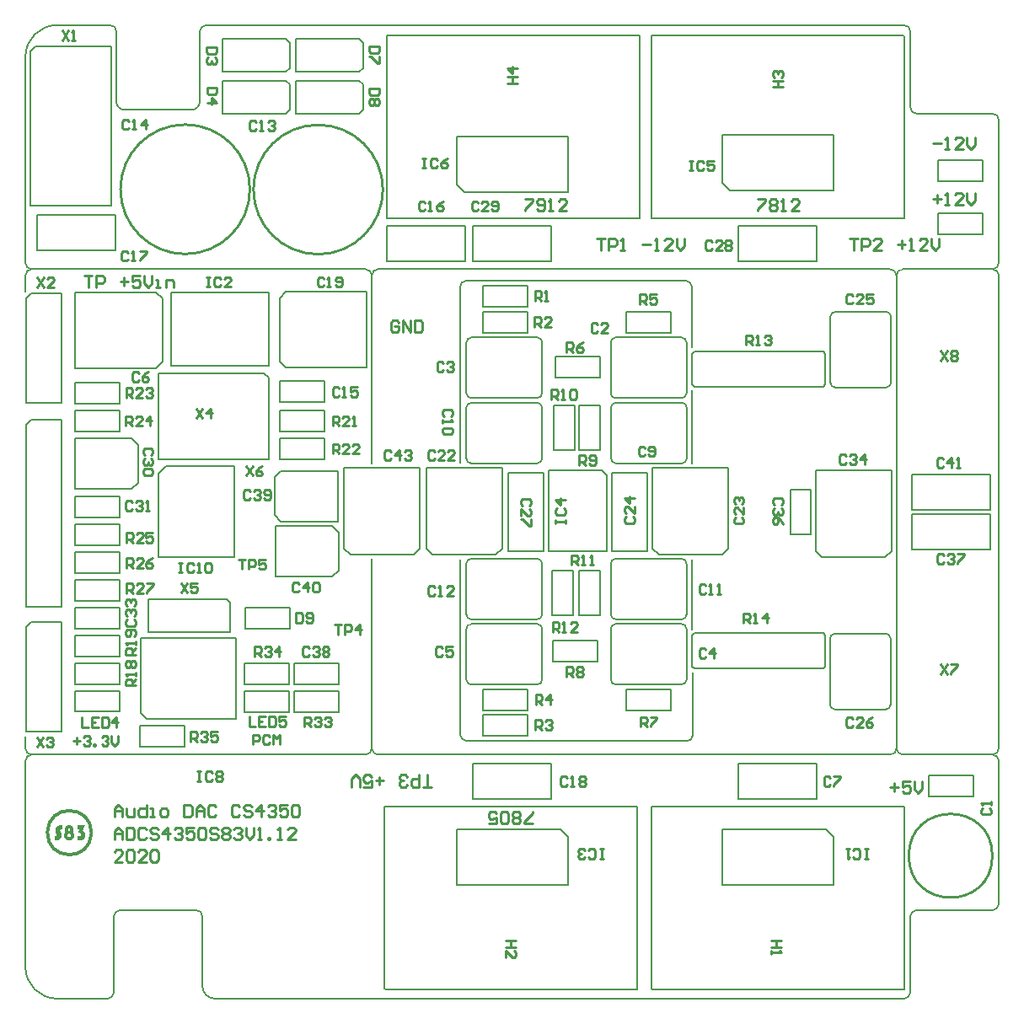
<source format=gto>
G04 Layer_Color=65535*
%FSLAX44Y44*%
%MOMM*%
G71*
G01*
G75*
%ADD11C,0.3000*%
%ADD14C,0.2540*%
%ADD46C,0.2000*%
%ADD47C,0.2032*%
G36*
X-431059Y-320636D02*
X-431035D01*
X-431010Y-320685D01*
X-430937Y-320734D01*
X-430839Y-320783D01*
X-430620Y-320978D01*
X-430327Y-321198D01*
X-430034Y-321490D01*
X-429716Y-321808D01*
X-429423Y-322174D01*
X-429179Y-322565D01*
X-429155Y-322613D01*
X-429082Y-322735D01*
X-428984Y-322955D01*
X-428862Y-323248D01*
X-428764Y-323614D01*
X-428667Y-324029D01*
X-428594Y-324517D01*
X-428569Y-325030D01*
Y-325054D01*
Y-325127D01*
Y-325225D01*
X-428594Y-325372D01*
X-428618Y-325567D01*
X-428642Y-325787D01*
X-428691Y-326006D01*
X-428764Y-326275D01*
X-428960Y-326836D01*
X-429082Y-327129D01*
X-429228Y-327446D01*
X-429423Y-327739D01*
X-429643Y-328032D01*
X-429887Y-328325D01*
X-430156Y-328618D01*
X-430180Y-328642D01*
X-430229Y-328691D01*
X-430302Y-328740D01*
X-430424Y-328838D01*
X-430595Y-328960D01*
X-430766Y-329082D01*
X-430986Y-329204D01*
X-431230Y-329326D01*
X-431474Y-329472D01*
X-431767Y-329594D01*
X-432426Y-329838D01*
X-432792Y-329936D01*
X-433183Y-329985D01*
X-433573Y-330034D01*
X-433988Y-330058D01*
X-434208D01*
X-434452Y-330034D01*
X-434769Y-330009D01*
X-435160Y-329936D01*
X-435575Y-329863D01*
X-436014Y-329741D01*
X-436478Y-329594D01*
Y-325445D01*
X-436429Y-325469D01*
X-436331Y-325542D01*
X-436136Y-325616D01*
X-435916Y-325713D01*
X-435672Y-325835D01*
X-435404Y-325909D01*
X-435135Y-325982D01*
X-434867Y-326006D01*
X-434745D01*
X-434598Y-325982D01*
X-434427Y-325933D01*
X-434232Y-325884D01*
X-434012Y-325787D01*
X-433793Y-325640D01*
X-433597Y-325469D01*
X-433573Y-325445D01*
X-433524Y-325372D01*
X-433427Y-325249D01*
X-433329Y-325103D01*
X-433256Y-324908D01*
X-433158Y-324688D01*
X-433109Y-324420D01*
X-433085Y-324151D01*
Y-324102D01*
Y-324005D01*
X-433134Y-323834D01*
X-433183Y-323614D01*
X-433280Y-323394D01*
X-433402Y-323150D01*
X-433597Y-322906D01*
X-433866Y-322687D01*
X-433890Y-322662D01*
X-434012Y-322589D01*
X-434183Y-322516D01*
X-434403Y-322394D01*
X-434696Y-322296D01*
X-435038Y-322223D01*
X-435428Y-322150D01*
X-435892Y-322125D01*
X-434818Y-319220D01*
X-436429D01*
Y-314973D01*
X-428642D01*
X-431059Y-320636D01*
D02*
G37*
G36*
X-444777Y-314631D02*
X-444606D01*
X-444411Y-314680D01*
X-443971Y-314753D01*
X-443483Y-314900D01*
X-442946Y-315120D01*
X-442678Y-315266D01*
X-442409Y-315413D01*
X-442165Y-315608D01*
X-441921Y-315828D01*
X-441897Y-315852D01*
X-441872Y-315876D01*
X-441799Y-315949D01*
X-441726Y-316047D01*
X-441628Y-316169D01*
X-441531Y-316316D01*
X-441287Y-316657D01*
X-441042Y-317097D01*
X-440847Y-317634D01*
X-440701Y-318220D01*
X-440676Y-318561D01*
X-440652Y-318903D01*
Y-318927D01*
Y-318952D01*
Y-319025D01*
Y-319123D01*
X-440701Y-319367D01*
X-440750Y-319660D01*
X-440847Y-320026D01*
X-440994Y-320416D01*
X-441189Y-320831D01*
X-441457Y-321246D01*
X-441409Y-321295D01*
X-441311Y-321417D01*
X-441164Y-321588D01*
X-440969Y-321832D01*
X-440750Y-322101D01*
X-440554Y-322394D01*
X-440359Y-322687D01*
X-440213Y-323004D01*
X-440188Y-323028D01*
X-440164Y-323150D01*
X-440090Y-323321D01*
X-440017Y-323541D01*
X-439968Y-323834D01*
X-439895Y-324151D01*
X-439871Y-324517D01*
X-439846Y-324932D01*
Y-324957D01*
Y-325030D01*
Y-325152D01*
X-439871Y-325298D01*
X-439895Y-325494D01*
X-439920Y-325713D01*
X-439968Y-325957D01*
X-440042Y-326202D01*
X-440213Y-326787D01*
X-440335Y-327105D01*
X-440481Y-327397D01*
X-440652Y-327715D01*
X-440872Y-328008D01*
X-441091Y-328301D01*
X-441360Y-328594D01*
X-441384Y-328618D01*
X-441433Y-328667D01*
X-441506Y-328740D01*
X-441628Y-328813D01*
X-441775Y-328935D01*
X-441945Y-329057D01*
X-442141Y-329179D01*
X-442385Y-329326D01*
X-442629Y-329472D01*
X-442922Y-329594D01*
X-443557Y-329838D01*
X-443898Y-329912D01*
X-444264Y-329985D01*
X-444655Y-330034D01*
X-445070Y-330058D01*
X-445290D01*
X-445436Y-330034D01*
X-445631Y-330009D01*
X-445851Y-329985D01*
X-446095Y-329936D01*
X-446388Y-329863D01*
X-446974Y-329692D01*
X-447267Y-329570D01*
X-447584Y-329448D01*
X-447901Y-329277D01*
X-448219Y-329082D01*
X-448512Y-328862D01*
X-448805Y-328594D01*
X-448829Y-328569D01*
X-448878Y-328520D01*
X-448951Y-328447D01*
X-449024Y-328325D01*
X-449146Y-328179D01*
X-449268Y-328008D01*
X-449415Y-327812D01*
X-449537Y-327593D01*
X-449683Y-327324D01*
X-449830Y-327056D01*
X-450050Y-326421D01*
X-450147Y-326079D01*
X-450220Y-325713D01*
X-450269Y-325323D01*
X-450294Y-324932D01*
Y-324908D01*
Y-324883D01*
Y-324737D01*
X-450269Y-324542D01*
X-450245Y-324273D01*
X-450220Y-323980D01*
X-450147Y-323663D01*
X-450074Y-323321D01*
X-449952Y-323004D01*
X-449927Y-322955D01*
X-449879Y-322857D01*
X-449781Y-322687D01*
X-449659Y-322467D01*
X-449488Y-322198D01*
X-449268Y-321905D01*
X-449000Y-321588D01*
X-448707Y-321246D01*
Y-321222D01*
X-448731Y-321198D01*
X-448829Y-321051D01*
X-448951Y-320856D01*
X-449098Y-320563D01*
X-449244Y-320221D01*
X-449366Y-319806D01*
X-449464Y-319367D01*
X-449488Y-318903D01*
Y-318879D01*
Y-318830D01*
Y-318732D01*
X-449464Y-318586D01*
X-449439Y-318439D01*
X-449415Y-318244D01*
X-449342Y-317829D01*
X-449195Y-317341D01*
X-448975Y-316828D01*
X-448829Y-316560D01*
X-448658Y-316316D01*
X-448487Y-316072D01*
X-448268Y-315828D01*
X-448243Y-315803D01*
X-448219Y-315779D01*
X-448145Y-315705D01*
X-448048Y-315632D01*
X-447926Y-315534D01*
X-447779Y-315437D01*
X-447413Y-315217D01*
X-446950Y-314998D01*
X-446413Y-314802D01*
X-445778Y-314656D01*
X-445436Y-314631D01*
X-445094Y-314607D01*
X-444899D01*
X-444777Y-314631D01*
D02*
G37*
G36*
X-453516D02*
X-453296Y-314656D01*
X-453027Y-314680D01*
X-452734Y-314729D01*
X-452393Y-314827D01*
X-452075Y-314924D01*
Y-319098D01*
X-452100D01*
X-452149Y-319074D01*
X-452246Y-319049D01*
X-452344Y-319025D01*
X-452588Y-318976D01*
X-452832Y-318952D01*
X-452905D01*
X-453003Y-318976D01*
X-453125Y-319001D01*
X-453247Y-319049D01*
X-453394Y-319123D01*
X-453540Y-319220D01*
X-453686Y-319342D01*
X-453711Y-319367D01*
X-453735Y-319416D01*
X-453784Y-319489D01*
X-453857Y-319587D01*
X-453979Y-319855D01*
X-454004Y-320026D01*
X-454028Y-320221D01*
Y-320246D01*
Y-320294D01*
X-454004Y-320392D01*
X-453979Y-320514D01*
X-453931Y-320685D01*
X-453882Y-320880D01*
X-453784Y-321100D01*
X-453662Y-321344D01*
X-453320Y-321905D01*
Y-321930D01*
X-453271Y-321979D01*
X-453223Y-322052D01*
X-453174Y-322174D01*
X-453101Y-322320D01*
X-453027Y-322491D01*
X-452856Y-322882D01*
X-452686Y-323346D01*
X-452539Y-323858D01*
X-452442Y-324395D01*
X-452393Y-324957D01*
Y-324981D01*
Y-325054D01*
Y-325152D01*
X-452417Y-325323D01*
X-452442Y-325494D01*
X-452466Y-325713D01*
X-452515Y-325957D01*
X-452588Y-326226D01*
X-452759Y-326787D01*
X-452881Y-327080D01*
X-453052Y-327397D01*
X-453223Y-327715D01*
X-453418Y-328008D01*
X-453662Y-328301D01*
X-453931Y-328594D01*
X-453955Y-328618D01*
X-454004Y-328667D01*
X-454077Y-328740D01*
X-454199Y-328813D01*
X-454346Y-328935D01*
X-454541Y-329057D01*
X-454736Y-329179D01*
X-454980Y-329326D01*
X-455224Y-329472D01*
X-455517Y-329594D01*
X-456152Y-329838D01*
X-456493Y-329912D01*
X-456884Y-329985D01*
X-457250Y-330034D01*
X-457665Y-330058D01*
X-457836D01*
X-458056Y-330034D01*
X-458324Y-330009D01*
X-458642Y-329936D01*
X-458983Y-329863D01*
X-459349Y-329741D01*
X-459740Y-329594D01*
Y-325323D01*
X-459716Y-325347D01*
X-459642Y-325372D01*
X-459520Y-325445D01*
X-459374Y-325518D01*
X-459008Y-325640D01*
X-458837Y-325689D01*
X-458642Y-325713D01*
X-458544D01*
X-458446Y-325689D01*
X-458300Y-325664D01*
X-458007Y-325567D01*
X-457836Y-325494D01*
X-457690Y-325396D01*
X-457665Y-325372D01*
X-457616Y-325347D01*
X-457568Y-325274D01*
X-457494Y-325176D01*
X-457348Y-324908D01*
X-457323Y-324737D01*
X-457299Y-324566D01*
Y-324542D01*
Y-324493D01*
X-457323Y-324395D01*
X-457372Y-324273D01*
X-457445Y-324078D01*
X-457568Y-323834D01*
X-457714Y-323516D01*
X-457934Y-323150D01*
Y-323126D01*
X-457982Y-323077D01*
X-458031Y-322979D01*
X-458080Y-322857D01*
X-458153Y-322711D01*
X-458227Y-322516D01*
X-458324Y-322320D01*
X-458397Y-322076D01*
X-458593Y-321564D01*
X-458739Y-320978D01*
X-458837Y-320343D01*
X-458886Y-319709D01*
Y-319684D01*
Y-319611D01*
Y-319513D01*
X-458861Y-319367D01*
X-458837Y-319172D01*
X-458812Y-318976D01*
X-458764Y-318732D01*
X-458690Y-318488D01*
X-458520Y-317927D01*
X-458397Y-317634D01*
X-458275Y-317316D01*
X-458105Y-317024D01*
X-457909Y-316706D01*
X-457690Y-316413D01*
X-457421Y-316120D01*
X-457397Y-316096D01*
X-457348Y-316047D01*
X-457275Y-315974D01*
X-457153Y-315876D01*
X-457006Y-315779D01*
X-456835Y-315632D01*
X-456640Y-315510D01*
X-456420Y-315364D01*
X-455908Y-315095D01*
X-455298Y-314851D01*
X-454956Y-314753D01*
X-454614Y-314680D01*
X-454248Y-314631D01*
X-453857Y-314607D01*
X-453711D01*
X-453516Y-314631D01*
D02*
G37*
%LPC*%
G36*
X-445094Y-323248D02*
X-445216D01*
X-445363Y-323272D01*
X-445534Y-323321D01*
X-445729Y-323370D01*
X-445924Y-323468D01*
X-446144Y-323614D01*
X-446339Y-323785D01*
X-446364Y-323809D01*
X-446413Y-323883D01*
X-446510Y-323980D01*
X-446583Y-324127D01*
X-446681Y-324297D01*
X-446779Y-324517D01*
X-446827Y-324737D01*
X-446852Y-325005D01*
Y-325030D01*
Y-325127D01*
X-446827Y-325298D01*
X-446779Y-325469D01*
X-446730Y-325689D01*
X-446657Y-325909D01*
X-446535Y-326128D01*
X-446364Y-326324D01*
X-446339Y-326348D01*
X-446266Y-326397D01*
X-446168Y-326494D01*
X-446022Y-326568D01*
X-445827Y-326665D01*
X-445607Y-326763D01*
X-445363Y-326812D01*
X-445094Y-326836D01*
X-444972D01*
X-444826Y-326812D01*
X-444655Y-326763D01*
X-444460Y-326714D01*
X-444240Y-326616D01*
X-444020Y-326494D01*
X-443825Y-326324D01*
X-443801Y-326299D01*
X-443752Y-326226D01*
X-443654Y-326128D01*
X-443557Y-325957D01*
X-443483Y-325787D01*
X-443386Y-325542D01*
X-443337Y-325298D01*
X-443312Y-325005D01*
Y-324981D01*
Y-324883D01*
X-443337Y-324761D01*
X-443386Y-324590D01*
X-443434Y-324395D01*
X-443532Y-324200D01*
X-443679Y-323980D01*
X-443849Y-323785D01*
X-443874Y-323760D01*
X-443947Y-323712D01*
X-444045Y-323614D01*
X-444216Y-323516D01*
X-444386Y-323419D01*
X-444606Y-323321D01*
X-444826Y-323272D01*
X-445094Y-323248D01*
D02*
G37*
G36*
X-445143Y-317756D02*
X-445216D01*
X-445314Y-317780D01*
X-445436Y-317805D01*
X-445558Y-317853D01*
X-445705Y-317902D01*
X-445827Y-318000D01*
X-445973Y-318122D01*
X-445998Y-318146D01*
X-446022Y-318195D01*
X-446071Y-318268D01*
X-446144Y-318366D01*
X-446266Y-318634D01*
X-446290Y-318781D01*
X-446315Y-318952D01*
Y-318976D01*
Y-319049D01*
X-446290Y-319147D01*
X-446266Y-319269D01*
X-446168Y-319562D01*
X-446095Y-319709D01*
X-445973Y-319855D01*
X-445949Y-319879D01*
X-445900Y-319904D01*
X-445827Y-319953D01*
X-445729Y-320026D01*
X-445607Y-320099D01*
X-445461Y-320148D01*
X-445290Y-320172D01*
X-445094Y-320197D01*
X-445021D01*
X-444924Y-320172D01*
X-444801Y-320148D01*
X-444533Y-320050D01*
X-444386Y-319977D01*
X-444264Y-319855D01*
X-444240Y-319831D01*
X-444216Y-319782D01*
X-444142Y-319709D01*
X-444069Y-319611D01*
X-443947Y-319318D01*
X-443923Y-319172D01*
X-443898Y-318976D01*
Y-318952D01*
Y-318879D01*
X-443923Y-318805D01*
X-443947Y-318683D01*
X-443996Y-318537D01*
X-444045Y-318390D01*
X-444142Y-318244D01*
X-444264Y-318122D01*
X-444289Y-318097D01*
X-444338Y-318073D01*
X-444411Y-318000D01*
X-444509Y-317927D01*
X-444777Y-317805D01*
X-444948Y-317780D01*
X-445143Y-317756D01*
D02*
G37*
%LPD*%
D11*
X-422639Y-322224D02*
G03*
X-422656Y-323088I-22132J0D01*
G01*
D14*
X482470Y-345440D02*
G03*
X482470Y-345440I-42000J0D01*
G01*
X-129818Y323850D02*
G03*
X-129818Y323850I-65000J0D01*
G01*
X-263422Y324104D02*
G03*
X-263422Y324104I-65000J0D01*
G01*
X-322834Y-230632D02*
Y-220635D01*
X-317836D01*
X-316169Y-222301D01*
Y-225634D01*
X-317836Y-227300D01*
X-322834D01*
X-319502D02*
X-316169Y-230632D01*
X-312837Y-222301D02*
X-311171Y-220635D01*
X-307839D01*
X-306173Y-222301D01*
Y-223967D01*
X-307839Y-225634D01*
X-309505D01*
X-307839D01*
X-306173Y-227300D01*
Y-228966D01*
X-307839Y-230632D01*
X-311171D01*
X-312837Y-228966D01*
X-296176Y-220635D02*
X-302840D01*
Y-225634D01*
X-299508Y-223967D01*
X-297842D01*
X-296176Y-225634D01*
Y-228966D01*
X-297842Y-230632D01*
X-301174D01*
X-302840Y-228966D01*
X-378460Y-174498D02*
X-388457D01*
Y-169500D01*
X-386791Y-167833D01*
X-383458D01*
X-381792Y-169500D01*
Y-174498D01*
Y-171166D02*
X-378460Y-167833D01*
Y-164501D02*
Y-161169D01*
Y-162835D01*
X-388457D01*
X-386791Y-164501D01*
Y-156171D02*
X-388457Y-154504D01*
Y-151172D01*
X-386791Y-149506D01*
X-385125D01*
X-383458Y-151172D01*
X-381792Y-149506D01*
X-380126D01*
X-378460Y-151172D01*
Y-154504D01*
X-380126Y-156171D01*
X-381792D01*
X-383458Y-154504D01*
X-385125Y-156171D01*
X-386791D01*
X-383458Y-154504D02*
Y-151172D01*
X335594Y56083D02*
X333928Y57749D01*
X330596D01*
X328930Y56083D01*
Y49418D01*
X330596Y47752D01*
X333928D01*
X335594Y49418D01*
X338927Y56083D02*
X340593Y57749D01*
X343925D01*
X345591Y56083D01*
Y54416D01*
X343925Y52750D01*
X342259D01*
X343925D01*
X345591Y51084D01*
Y49418D01*
X343925Y47752D01*
X340593D01*
X338927Y49418D01*
X353922Y47752D02*
Y57749D01*
X348924Y52750D01*
X355588D01*
X270459Y7305D02*
X272125Y8972D01*
Y12304D01*
X270459Y13970D01*
X263794D01*
X262128Y12304D01*
Y8972D01*
X263794Y7305D01*
X270459Y3973D02*
X272125Y2307D01*
Y-1025D01*
X270459Y-2691D01*
X268792D01*
X267126Y-1025D01*
Y641D01*
Y-1025D01*
X265460Y-2691D01*
X263794D01*
X262128Y-1025D01*
Y2307D01*
X263794Y3973D01*
X272125Y-12688D02*
X270459Y-9356D01*
X267126Y-6024D01*
X263794D01*
X262128Y-7690D01*
Y-11022D01*
X263794Y-12688D01*
X265460D01*
X267126Y-11022D01*
Y-6024D01*
X232410Y-111760D02*
Y-101763D01*
X237408D01*
X239074Y-103429D01*
Y-106762D01*
X237408Y-108428D01*
X232410D01*
X235742D02*
X239074Y-111760D01*
X242407D02*
X245739D01*
X244073D01*
Y-101763D01*
X242407Y-103429D01*
X255736Y-111760D02*
Y-101763D01*
X250737Y-106762D01*
X257402D01*
X234950Y167640D02*
Y177637D01*
X239948D01*
X241614Y175971D01*
Y172638D01*
X239948Y170972D01*
X234950D01*
X238282D02*
X241614Y167640D01*
X244947D02*
X248279D01*
X246613D01*
Y177637D01*
X244947Y175971D01*
X253277D02*
X254944Y177637D01*
X258276D01*
X259942Y175971D01*
Y174305D01*
X258276Y172638D01*
X256610D01*
X258276D01*
X259942Y170972D01*
Y169306D01*
X258276Y167640D01*
X254944D01*
X253277Y169306D01*
X17221Y6036D02*
X18887Y7702D01*
Y11034D01*
X17221Y12700D01*
X10556D01*
X8890Y11034D01*
Y7702D01*
X10556Y6036D01*
X8890Y-3961D02*
Y2703D01*
X15554Y-3961D01*
X17221D01*
X18887Y-2295D01*
Y1037D01*
X17221Y2703D01*
X18887Y-7294D02*
Y-13958D01*
X17221D01*
X10556Y-7294D01*
X8890D01*
X114859Y-4766D02*
X113193Y-6432D01*
Y-9764D01*
X114859Y-11430D01*
X121524D01*
X123190Y-9764D01*
Y-6432D01*
X121524Y-4766D01*
X123190Y5231D02*
Y-1433D01*
X116525Y5231D01*
X114859D01*
X113193Y3565D01*
Y233D01*
X114859Y-1433D01*
X123190Y13562D02*
X113193D01*
X118192Y8564D01*
Y15228D01*
X39370Y113030D02*
Y123027D01*
X44368D01*
X46034Y121361D01*
Y118028D01*
X44368Y116362D01*
X39370D01*
X42702D02*
X46034Y113030D01*
X49367D02*
X52699D01*
X51033D01*
Y123027D01*
X49367Y121361D01*
X57697D02*
X59364Y123027D01*
X62696D01*
X64362Y121361D01*
Y114696D01*
X62696Y113030D01*
X59364D01*
X57697Y114696D01*
Y121361D01*
X67310Y46990D02*
Y56987D01*
X72308D01*
X73974Y55321D01*
Y51988D01*
X72308Y50322D01*
X67310D01*
X70642D02*
X73974Y46990D01*
X77307Y48656D02*
X78973Y46990D01*
X82305D01*
X83971Y48656D01*
Y55321D01*
X82305Y56987D01*
X78973D01*
X77307Y55321D01*
Y53654D01*
X78973Y51988D01*
X83971D01*
X54356Y160528D02*
Y170525D01*
X59354D01*
X61020Y168859D01*
Y165526D01*
X59354Y163860D01*
X54356D01*
X57688D02*
X61020Y160528D01*
X71017Y170525D02*
X67685Y168859D01*
X64353Y165526D01*
Y162194D01*
X66019Y160528D01*
X69351D01*
X71017Y162194D01*
Y163860D01*
X69351Y165526D01*
X64353D01*
X128016Y208534D02*
Y218531D01*
X133014D01*
X134681Y216865D01*
Y213532D01*
X133014Y211866D01*
X128016D01*
X131348D02*
X134681Y208534D01*
X144677Y218531D02*
X138013D01*
Y213532D01*
X141345Y215198D01*
X143011D01*
X144677Y213532D01*
Y210200D01*
X143011Y208534D01*
X139679D01*
X138013Y210200D01*
X43343Y-11430D02*
Y-8098D01*
Y-9764D01*
X53340D01*
Y-11430D01*
Y-8098D01*
X45009Y3565D02*
X43343Y1899D01*
Y-1433D01*
X45009Y-3099D01*
X51674D01*
X53340Y-1433D01*
Y1899D01*
X51674Y3565D01*
X53340Y11896D02*
X43343D01*
X48342Y6897D01*
Y13562D01*
X342453Y217373D02*
X340786Y219039D01*
X337454D01*
X335788Y217373D01*
Y210708D01*
X337454Y209042D01*
X340786D01*
X342453Y210708D01*
X352449Y209042D02*
X345785D01*
X352449Y215707D01*
Y217373D01*
X350783Y219039D01*
X347451D01*
X345785Y217373D01*
X362446Y219039D02*
X355782D01*
Y214040D01*
X359114Y215707D01*
X360780D01*
X362446Y214040D01*
Y210708D01*
X360780Y209042D01*
X357448D01*
X355782Y210708D01*
X-61519Y96206D02*
X-59853Y97872D01*
Y101204D01*
X-61519Y102870D01*
X-68184D01*
X-69850Y101204D01*
Y97872D01*
X-68184Y96206D01*
X-69850Y92873D02*
Y89541D01*
Y91207D01*
X-59853D01*
X-61519Y92873D01*
Y84543D02*
X-59853Y82876D01*
Y79544D01*
X-61519Y77878D01*
X-68184D01*
X-69850Y79544D01*
Y82876D01*
X-68184Y84543D01*
X-61519D01*
X133665Y64211D02*
X131998Y65877D01*
X128666D01*
X127000Y64211D01*
Y57546D01*
X128666Y55880D01*
X131998D01*
X133665Y57546D01*
X136997D02*
X138663Y55880D01*
X141995D01*
X143661Y57546D01*
Y64211D01*
X141995Y65877D01*
X138663D01*
X136997Y64211D01*
Y62544D01*
X138663Y60878D01*
X143661D01*
X-68773Y149555D02*
X-70440Y151221D01*
X-73772D01*
X-75438Y149555D01*
Y142890D01*
X-73772Y141224D01*
X-70440D01*
X-68773Y142890D01*
X-65441Y149555D02*
X-63775Y151221D01*
X-60443D01*
X-58777Y149555D01*
Y147888D01*
X-60443Y146222D01*
X-62109D01*
X-60443D01*
X-58777Y144556D01*
Y142890D01*
X-60443Y141224D01*
X-63775D01*
X-65441Y142890D01*
X86166Y188163D02*
X84500Y189829D01*
X81168D01*
X79502Y188163D01*
Y181498D01*
X81168Y179832D01*
X84500D01*
X86166Y181498D01*
X96163Y179832D02*
X89499D01*
X96163Y186497D01*
Y188163D01*
X94497Y189829D01*
X91165D01*
X89499Y188163D01*
X3647Y-430530D02*
X-6350D01*
X-1352D01*
Y-437195D01*
X3647D01*
X-6350D01*
Y-447191D02*
Y-440527D01*
X314Y-447191D01*
X1981D01*
X3647Y-445525D01*
Y-442193D01*
X1981Y-440527D01*
X270347Y-430530D02*
X260350D01*
X265348D01*
Y-437195D01*
X270347D01*
X260350D01*
Y-440527D02*
Y-443859D01*
Y-442193D01*
X270347D01*
X268681Y-440527D01*
X357378Y-348325D02*
X354046D01*
X355712D01*
Y-338328D01*
X357378D01*
X354046D01*
X342383Y-346659D02*
X344049Y-348325D01*
X347381D01*
X349047Y-346659D01*
Y-339994D01*
X347381Y-338328D01*
X344049D01*
X342383Y-339994D01*
X339051Y-338328D02*
X335718D01*
X337384D01*
Y-348325D01*
X339051Y-346659D01*
X91440Y-348579D02*
X88108D01*
X89774D01*
Y-338582D01*
X91440D01*
X88108D01*
X76445Y-346913D02*
X78111Y-348579D01*
X81443D01*
X83109Y-346913D01*
Y-340248D01*
X81443Y-338582D01*
X78111D01*
X76445Y-340248D01*
X73113Y-346913D02*
X71446Y-348579D01*
X68114D01*
X66448Y-346913D01*
Y-345247D01*
X68114Y-343580D01*
X69780D01*
X68114D01*
X66448Y-341914D01*
Y-340248D01*
X68114Y-338582D01*
X71446D01*
X73113Y-340248D01*
X319846Y-267005D02*
X318180Y-265339D01*
X314848D01*
X313182Y-267005D01*
Y-273670D01*
X314848Y-275336D01*
X318180D01*
X319846Y-273670D01*
X323179Y-265339D02*
X329843D01*
Y-267005D01*
X323179Y-273670D01*
Y-275336D01*
X472491Y-297374D02*
X470825Y-299040D01*
Y-302372D01*
X472491Y-304038D01*
X479156D01*
X480822Y-302372D01*
Y-299040D01*
X479156Y-297374D01*
X480822Y-294041D02*
Y-290709D01*
Y-292375D01*
X470825D01*
X472491Y-294041D01*
X55433Y-267005D02*
X53766Y-265339D01*
X50434D01*
X48768Y-267005D01*
Y-273670D01*
X50434Y-275336D01*
X53766D01*
X55433Y-273670D01*
X58765Y-275336D02*
X62097D01*
X60431D01*
Y-265339D01*
X58765Y-267005D01*
X67095D02*
X68762Y-265339D01*
X72094D01*
X73760Y-267005D01*
Y-268671D01*
X72094Y-270338D01*
X73760Y-272004D01*
Y-273670D01*
X72094Y-275336D01*
X68762D01*
X67095Y-273670D01*
Y-272004D01*
X68762Y-270338D01*
X67095Y-268671D01*
Y-267005D01*
X68762Y-270338D02*
X72094D01*
X-267462Y46319D02*
X-260798Y36322D01*
Y46319D02*
X-267462Y36322D01*
X-250801Y46319D02*
X-254133Y44653D01*
X-257465Y41320D01*
Y37988D01*
X-255799Y36322D01*
X-252467D01*
X-250801Y37988D01*
Y39654D01*
X-252467Y41320D01*
X-257465D01*
X-316230Y-260767D02*
X-312898D01*
X-314564D01*
Y-270764D01*
X-316230D01*
X-312898D01*
X-301235Y-262433D02*
X-302901Y-260767D01*
X-306233D01*
X-307899Y-262433D01*
Y-269098D01*
X-306233Y-270764D01*
X-302901D01*
X-301235Y-269098D01*
X-297903Y-262433D02*
X-296236Y-260767D01*
X-292904D01*
X-291238Y-262433D01*
Y-264100D01*
X-292904Y-265766D01*
X-291238Y-267432D01*
Y-269098D01*
X-292904Y-270764D01*
X-296236D01*
X-297903Y-269098D01*
Y-267432D01*
X-296236Y-265766D01*
X-297903Y-264100D01*
Y-262433D01*
X-296236Y-265766D02*
X-292904D01*
X-477520Y-226223D02*
X-470855Y-236220D01*
Y-226223D02*
X-477520Y-236220D01*
X-467523Y-227889D02*
X-465857Y-226223D01*
X-462525D01*
X-460859Y-227889D01*
Y-229555D01*
X-462525Y-231222D01*
X-464191D01*
X-462525D01*
X-460859Y-232888D01*
Y-234554D01*
X-462525Y-236220D01*
X-465857D01*
X-467523Y-234554D01*
X-317500Y103977D02*
X-310835Y93980D01*
Y103977D02*
X-317500Y93980D01*
X-302505D02*
Y103977D01*
X-307503Y98978D01*
X-300839D01*
X-477266Y235549D02*
X-470602Y225552D01*
Y235549D02*
X-477266Y225552D01*
X-460605D02*
X-467269D01*
X-460605Y232216D01*
Y233883D01*
X-462271Y235549D01*
X-465603D01*
X-467269Y233883D01*
X-77917Y60147D02*
X-79584Y61813D01*
X-82916D01*
X-84582Y60147D01*
Y53482D01*
X-82916Y51816D01*
X-79584D01*
X-77917Y53482D01*
X-67921Y51816D02*
X-74585D01*
X-67921Y58481D01*
Y60147D01*
X-69587Y61813D01*
X-72919D01*
X-74585Y60147D01*
X-57924Y51816D02*
X-64588D01*
X-57924Y58481D01*
Y60147D01*
X-59590Y61813D01*
X-62922D01*
X-64588Y60147D01*
X177800Y352897D02*
X181132D01*
X179466D01*
Y342900D01*
X177800D01*
X181132D01*
X192795Y351231D02*
X191129Y352897D01*
X187797D01*
X186131Y351231D01*
Y344566D01*
X187797Y342900D01*
X191129D01*
X192795Y344566D01*
X202792Y352897D02*
X196127D01*
Y347898D01*
X199460Y349565D01*
X201126D01*
X202792Y347898D01*
Y344566D01*
X201126Y342900D01*
X197794D01*
X196127Y344566D01*
X224333Y-5274D02*
X222667Y-6940D01*
Y-10272D01*
X224333Y-11938D01*
X230998D01*
X232664Y-10272D01*
Y-6940D01*
X230998Y-5274D01*
X232664Y4723D02*
Y-1941D01*
X226000Y4723D01*
X224333D01*
X222667Y3057D01*
Y-275D01*
X224333Y-1941D01*
Y8056D02*
X222667Y9722D01*
Y13054D01*
X224333Y14720D01*
X226000D01*
X227666Y13054D01*
Y11388D01*
Y13054D01*
X229332Y14720D01*
X230998D01*
X232664Y13054D01*
Y9722D01*
X230998Y8056D01*
X-87316Y310591D02*
X-88982Y312257D01*
X-92314D01*
X-93980Y310591D01*
Y303926D01*
X-92314Y302260D01*
X-88982D01*
X-87316Y303926D01*
X-83983Y302260D02*
X-80651D01*
X-82317D01*
Y312257D01*
X-83983Y310591D01*
X-68988Y312257D02*
X-72320Y310591D01*
X-75653Y307258D01*
Y303926D01*
X-73986Y302260D01*
X-70654D01*
X-68988Y303926D01*
Y305592D01*
X-70654Y307258D01*
X-75653D01*
X-332740Y-71283D02*
X-326076Y-81280D01*
Y-71283D02*
X-332740Y-81280D01*
X-316079Y-71283D02*
X-322743D01*
Y-76282D01*
X-319411Y-74616D01*
X-317745D01*
X-316079Y-76282D01*
Y-79614D01*
X-317745Y-81280D01*
X-321077D01*
X-322743Y-79614D01*
X-378460Y-143510D02*
X-388457D01*
Y-138512D01*
X-386791Y-136846D01*
X-383458D01*
X-381792Y-138512D01*
Y-143510D01*
Y-140178D02*
X-378460Y-136846D01*
Y-133513D02*
Y-130181D01*
Y-131847D01*
X-388457D01*
X-386791Y-133513D01*
X-380126Y-125183D02*
X-378460Y-123516D01*
Y-120184D01*
X-380126Y-118518D01*
X-386791D01*
X-388457Y-120184D01*
Y-123516D01*
X-386791Y-125183D01*
X-385125D01*
X-383458Y-123516D01*
Y-118518D01*
X-208788Y-215900D02*
Y-205903D01*
X-203790D01*
X-202124Y-207569D01*
Y-210902D01*
X-203790Y-212568D01*
X-208788D01*
X-205456D02*
X-202124Y-215900D01*
X-198791Y-207569D02*
X-197125Y-205903D01*
X-193793D01*
X-192127Y-207569D01*
Y-209235D01*
X-193793Y-210902D01*
X-195459D01*
X-193793D01*
X-192127Y-212568D01*
Y-214234D01*
X-193793Y-215900D01*
X-197125D01*
X-198791Y-214234D01*
X-188794Y-207569D02*
X-187128Y-205903D01*
X-183796D01*
X-182130Y-207569D01*
Y-209235D01*
X-183796Y-210902D01*
X-185462D01*
X-183796D01*
X-182130Y-212568D01*
Y-214234D01*
X-183796Y-215900D01*
X-187128D01*
X-188794Y-214234D01*
X-258826Y-145034D02*
Y-135037D01*
X-253828D01*
X-252162Y-136703D01*
Y-140036D01*
X-253828Y-141702D01*
X-258826D01*
X-255494D02*
X-252162Y-145034D01*
X-248829Y-136703D02*
X-247163Y-135037D01*
X-243831D01*
X-242165Y-136703D01*
Y-138370D01*
X-243831Y-140036D01*
X-245497D01*
X-243831D01*
X-242165Y-141702D01*
Y-143368D01*
X-243831Y-145034D01*
X-247163D01*
X-248829Y-143368D01*
X-233834Y-145034D02*
Y-135037D01*
X-238832Y-140036D01*
X-232168D01*
X-264160Y-205649D02*
Y-215646D01*
X-257495D01*
X-247499Y-205649D02*
X-254163D01*
Y-215646D01*
X-247499D01*
X-254163Y-210648D02*
X-250831D01*
X-244166Y-205649D02*
Y-215646D01*
X-239168D01*
X-237502Y-213980D01*
Y-207315D01*
X-239168Y-205649D01*
X-244166D01*
X-227505D02*
X-234170D01*
Y-210648D01*
X-230837Y-208981D01*
X-229171D01*
X-227505Y-210648D01*
Y-213980D01*
X-229171Y-215646D01*
X-232504D01*
X-234170Y-213980D01*
X-217170Y-101255D02*
Y-111252D01*
X-212172D01*
X-210506Y-109586D01*
Y-102921D01*
X-212172Y-101255D01*
X-217170D01*
X-207173Y-109586D02*
X-205507Y-111252D01*
X-202175D01*
X-200509Y-109586D01*
Y-102921D01*
X-202175Y-101255D01*
X-205507D01*
X-207173Y-102921D01*
Y-104587D01*
X-205507Y-106254D01*
X-200509D01*
X-203902Y-137211D02*
X-205568Y-135545D01*
X-208900D01*
X-210566Y-137211D01*
Y-143876D01*
X-208900Y-145542D01*
X-205568D01*
X-203902Y-143876D01*
X-200569Y-137211D02*
X-198903Y-135545D01*
X-195571D01*
X-193905Y-137211D01*
Y-138877D01*
X-195571Y-140544D01*
X-197237D01*
X-195571D01*
X-193905Y-142210D01*
Y-143876D01*
X-195571Y-145542D01*
X-198903D01*
X-200569Y-143876D01*
X-190572Y-137211D02*
X-188906Y-135545D01*
X-185574D01*
X-183908Y-137211D01*
Y-138877D01*
X-185574Y-140544D01*
X-183908Y-142210D01*
Y-143876D01*
X-185574Y-145542D01*
X-188906D01*
X-190572Y-143876D01*
Y-142210D01*
X-188906Y-140544D01*
X-190572Y-138877D01*
Y-137211D01*
X-188906Y-140544D02*
X-185574D01*
X-386791Y-107889D02*
X-388457Y-109556D01*
Y-112888D01*
X-386791Y-114554D01*
X-380126D01*
X-378460Y-112888D01*
Y-109556D01*
X-380126Y-107889D01*
X-386791Y-104557D02*
X-388457Y-102891D01*
Y-99559D01*
X-386791Y-97893D01*
X-385125D01*
X-383458Y-99559D01*
Y-101225D01*
Y-99559D01*
X-381792Y-97893D01*
X-380126D01*
X-378460Y-99559D01*
Y-102891D01*
X-380126Y-104557D01*
X-386791Y-94560D02*
X-388457Y-92894D01*
Y-89562D01*
X-386791Y-87896D01*
X-385125D01*
X-383458Y-89562D01*
Y-91228D01*
Y-89562D01*
X-381792Y-87896D01*
X-380126D01*
X-378460Y-89562D01*
Y-92894D01*
X-380126Y-94560D01*
X-335026Y-50963D02*
X-331694D01*
X-333360D01*
Y-60960D01*
X-335026D01*
X-331694D01*
X-320031Y-52629D02*
X-321697Y-50963D01*
X-325029D01*
X-326695Y-52629D01*
Y-59294D01*
X-325029Y-60960D01*
X-321697D01*
X-320031Y-59294D01*
X-316699Y-60960D02*
X-313366D01*
X-315032D01*
Y-50963D01*
X-316699Y-52629D01*
X-308368D02*
X-306702Y-50963D01*
X-303370D01*
X-301703Y-52629D01*
Y-59294D01*
X-303370Y-60960D01*
X-306702D01*
X-308368Y-59294D01*
Y-52629D01*
X261783Y426720D02*
X271780D01*
X266782D01*
Y433385D01*
X261783D01*
X271780D01*
X263449Y436717D02*
X261783Y438383D01*
Y441715D01*
X263449Y443381D01*
X265116D01*
X266782Y441715D01*
Y440049D01*
Y441715D01*
X268448Y443381D01*
X270114D01*
X271780Y441715D01*
Y438383D01*
X270114Y436717D01*
X-4917Y430530D02*
X5080D01*
X82D01*
Y437195D01*
X-4917D01*
X5080D01*
Y445525D02*
X-4917D01*
X82Y440527D01*
Y447191D01*
X-362509Y56835D02*
X-360843Y58502D01*
Y61834D01*
X-362509Y63500D01*
X-369174D01*
X-370840Y61834D01*
Y58502D01*
X-369174Y56835D01*
X-362509Y53503D02*
X-360843Y51837D01*
Y48505D01*
X-362509Y46839D01*
X-364175D01*
X-365842Y48505D01*
Y50171D01*
Y48505D01*
X-367508Y46839D01*
X-369174D01*
X-370840Y48505D01*
Y51837D01*
X-369174Y53503D01*
X-362509Y43506D02*
X-360843Y41840D01*
Y38508D01*
X-362509Y36842D01*
X-369174D01*
X-370840Y38508D01*
Y41840D01*
X-369174Y43506D01*
X-362509D01*
X-213808Y-72187D02*
X-215474Y-70521D01*
X-218806D01*
X-220472Y-72187D01*
Y-78852D01*
X-218806Y-80518D01*
X-215474D01*
X-213808Y-78852D01*
X-205477Y-80518D02*
Y-70521D01*
X-210475Y-75520D01*
X-203811D01*
X-200478Y-72187D02*
X-198812Y-70521D01*
X-195480D01*
X-193814Y-72187D01*
Y-78852D01*
X-195480Y-80518D01*
X-198812D01*
X-200478Y-78852D01*
Y-72187D01*
X-381447Y9347D02*
X-383114Y11013D01*
X-386446D01*
X-388112Y9347D01*
Y2682D01*
X-386446Y1016D01*
X-383114D01*
X-381447Y2682D01*
X-378115Y9347D02*
X-376449Y11013D01*
X-373117D01*
X-371451Y9347D01*
Y7681D01*
X-373117Y6014D01*
X-374783D01*
X-373117D01*
X-371451Y4348D01*
Y2682D01*
X-373117Y1016D01*
X-376449D01*
X-378115Y2682D01*
X-368118Y1016D02*
X-364786D01*
X-366452D01*
Y11013D01*
X-368118Y9347D01*
X-262829Y20777D02*
X-264496Y22443D01*
X-267828D01*
X-269494Y20777D01*
Y14112D01*
X-267828Y12446D01*
X-264496D01*
X-262829Y14112D01*
X-259497Y20777D02*
X-257831Y22443D01*
X-254499D01*
X-252833Y20777D01*
Y19110D01*
X-254499Y17444D01*
X-256165D01*
X-254499D01*
X-252833Y15778D01*
Y14112D01*
X-254499Y12446D01*
X-257831D01*
X-259497Y14112D01*
X-249500D02*
X-247834Y12446D01*
X-244502D01*
X-242836Y14112D01*
Y20777D01*
X-244502Y22443D01*
X-247834D01*
X-249500Y20777D01*
Y19110D01*
X-247834Y17444D01*
X-242836D01*
X-387096Y-81534D02*
Y-71537D01*
X-382098D01*
X-380432Y-73203D01*
Y-76536D01*
X-382098Y-78202D01*
X-387096D01*
X-383764D02*
X-380432Y-81534D01*
X-370435D02*
X-377099D01*
X-370435Y-74869D01*
Y-73203D01*
X-372101Y-71537D01*
X-375433D01*
X-377099Y-73203D01*
X-367102Y-71537D02*
X-360438D01*
Y-73203D01*
X-367102Y-79868D01*
Y-81534D01*
X-387604Y-56134D02*
Y-46137D01*
X-382606D01*
X-380939Y-47803D01*
Y-51136D01*
X-382606Y-52802D01*
X-387604D01*
X-384272D02*
X-380939Y-56134D01*
X-370943D02*
X-377607D01*
X-370943Y-49469D01*
Y-47803D01*
X-372609Y-46137D01*
X-375941D01*
X-377607Y-47803D01*
X-360946Y-46137D02*
X-364278Y-47803D01*
X-367610Y-51136D01*
Y-54468D01*
X-365944Y-56134D01*
X-362612D01*
X-360946Y-54468D01*
Y-52802D01*
X-362612Y-51136D01*
X-367610D01*
X-387604Y-30988D02*
Y-20991D01*
X-382606D01*
X-380939Y-22657D01*
Y-25990D01*
X-382606Y-27656D01*
X-387604D01*
X-384272D02*
X-380939Y-30988D01*
X-370943D02*
X-377607D01*
X-370943Y-24323D01*
Y-22657D01*
X-372609Y-20991D01*
X-375941D01*
X-377607Y-22657D01*
X-360946Y-20991D02*
X-367610D01*
Y-25990D01*
X-364278Y-24323D01*
X-362612D01*
X-360946Y-25990D01*
Y-29322D01*
X-362612Y-30988D01*
X-365944D01*
X-367610Y-29322D01*
X-375098Y139141D02*
X-376764Y140807D01*
X-380096D01*
X-381762Y139141D01*
Y132476D01*
X-380096Y130810D01*
X-376764D01*
X-375098Y132476D01*
X-365101Y140807D02*
X-368433Y139141D01*
X-371765Y135808D01*
Y132476D01*
X-370099Y130810D01*
X-366767D01*
X-365101Y132476D01*
Y134142D01*
X-366767Y135808D01*
X-371765D01*
X-121606Y60401D02*
X-123272Y62067D01*
X-126604D01*
X-128270Y60401D01*
Y53736D01*
X-126604Y52070D01*
X-123272D01*
X-121606Y53736D01*
X-113275Y52070D02*
Y62067D01*
X-118273Y57068D01*
X-111609D01*
X-108276Y60401D02*
X-106610Y62067D01*
X-103278D01*
X-101612Y60401D01*
Y58734D01*
X-103278Y57068D01*
X-104944D01*
X-103278D01*
X-101612Y55402D01*
Y53736D01*
X-103278Y52070D01*
X-106610D01*
X-108276Y53736D01*
X-188916Y234391D02*
X-190582Y236057D01*
X-193914D01*
X-195580Y234391D01*
Y227726D01*
X-193914Y226060D01*
X-190582D01*
X-188916Y227726D01*
X-185583Y226060D02*
X-182251D01*
X-183917D01*
Y236057D01*
X-185583Y234391D01*
X-177253Y227726D02*
X-175586Y226060D01*
X-172254D01*
X-170588Y227726D01*
Y234391D01*
X-172254Y236057D01*
X-175586D01*
X-177253Y234391D01*
Y232724D01*
X-175586Y231058D01*
X-170588D01*
X-173675Y123901D02*
X-175342Y125567D01*
X-178674D01*
X-180340Y123901D01*
Y117236D01*
X-178674Y115570D01*
X-175342D01*
X-173675Y117236D01*
X-170343Y115570D02*
X-167011D01*
X-168677D01*
Y125567D01*
X-170343Y123901D01*
X-155348Y125567D02*
X-162013D01*
Y120568D01*
X-158680Y122234D01*
X-157014D01*
X-155348Y120568D01*
Y117236D01*
X-157014Y115570D01*
X-160346D01*
X-162013Y117236D01*
X-307340Y236057D02*
X-304008D01*
X-305674D01*
Y226060D01*
X-307340D01*
X-304008D01*
X-292345Y234391D02*
X-294011Y236057D01*
X-297343D01*
X-299009Y234391D01*
Y227726D01*
X-297343Y226060D01*
X-294011D01*
X-292345Y227726D01*
X-282348Y226060D02*
X-289013D01*
X-282348Y232724D01*
Y234391D01*
X-284014Y236057D01*
X-287346D01*
X-289013Y234391D01*
X-432294Y-206157D02*
Y-216154D01*
X-425630D01*
X-415633Y-206157D02*
X-422297D01*
Y-216154D01*
X-415633D01*
X-422297Y-211156D02*
X-418965D01*
X-412300Y-206157D02*
Y-216154D01*
X-407302D01*
X-405636Y-214488D01*
Y-207823D01*
X-407302Y-206157D01*
X-412300D01*
X-397305Y-216154D02*
Y-206157D01*
X-402304Y-211156D01*
X-395639D01*
X433385Y52461D02*
X431718Y54127D01*
X428386D01*
X426720Y52461D01*
Y45796D01*
X428386Y44130D01*
X431718D01*
X433385Y45796D01*
X441715Y44130D02*
Y54127D01*
X436717Y49128D01*
X443381D01*
X446714Y44130D02*
X450046D01*
X448380D01*
Y54127D01*
X446714Y52461D01*
X433893Y-43739D02*
X432226Y-42073D01*
X428894D01*
X427228Y-43739D01*
Y-50404D01*
X428894Y-52070D01*
X432226D01*
X433893Y-50404D01*
X437225Y-43739D02*
X438891Y-42073D01*
X442223D01*
X443889Y-43739D01*
Y-45406D01*
X442223Y-47072D01*
X440557D01*
X442223D01*
X443889Y-48738D01*
Y-50404D01*
X442223Y-52070D01*
X438891D01*
X437225Y-50404D01*
X447222Y-42073D02*
X453886D01*
Y-43739D01*
X447222Y-50404D01*
Y-52070D01*
X-180340Y86360D02*
Y96357D01*
X-175342D01*
X-173675Y94691D01*
Y91358D01*
X-175342Y89692D01*
X-180340D01*
X-177008D02*
X-173675Y86360D01*
X-163679D02*
X-170343D01*
X-163679Y93025D01*
Y94691D01*
X-165345Y96357D01*
X-168677D01*
X-170343Y94691D01*
X-160346Y86360D02*
X-157014D01*
X-158680D01*
Y96357D01*
X-160346Y94691D01*
X-180340Y58420D02*
Y68417D01*
X-175342D01*
X-173675Y66751D01*
Y63418D01*
X-175342Y61752D01*
X-180340D01*
X-177008D02*
X-173675Y58420D01*
X-163679D02*
X-170343D01*
X-163679Y65085D01*
Y66751D01*
X-165345Y68417D01*
X-168677D01*
X-170343Y66751D01*
X-153682Y58420D02*
X-160346D01*
X-153682Y65085D01*
Y66751D01*
X-155348Y68417D01*
X-158680D01*
X-160346Y66751D01*
X-387858Y114554D02*
Y124551D01*
X-382860D01*
X-381194Y122885D01*
Y119552D01*
X-382860Y117886D01*
X-387858D01*
X-384526D02*
X-381194Y114554D01*
X-371197D02*
X-377861D01*
X-371197Y121219D01*
Y122885D01*
X-372863Y124551D01*
X-376195D01*
X-377861Y122885D01*
X-367864D02*
X-366198Y124551D01*
X-362866D01*
X-361200Y122885D01*
Y121219D01*
X-362866Y119552D01*
X-364532D01*
X-362866D01*
X-361200Y117886D01*
Y116220D01*
X-362866Y114554D01*
X-366198D01*
X-367864Y116220D01*
X-388366Y86360D02*
Y96357D01*
X-383368D01*
X-381702Y94691D01*
Y91358D01*
X-383368Y89692D01*
X-388366D01*
X-385034D02*
X-381702Y86360D01*
X-371705D02*
X-378369D01*
X-371705Y93025D01*
Y94691D01*
X-373371Y96357D01*
X-376703D01*
X-378369Y94691D01*
X-363374Y86360D02*
Y96357D01*
X-368372Y91358D01*
X-361708D01*
X-133513Y467360D02*
X-143510D01*
Y462362D01*
X-141844Y460695D01*
X-135179D01*
X-133513Y462362D01*
Y467360D01*
Y457363D02*
Y450699D01*
X-135179D01*
X-141844Y457363D01*
X-143510D01*
X-133513Y425450D02*
X-143510D01*
Y420452D01*
X-141844Y418786D01*
X-135179D01*
X-133513Y420452D01*
Y425450D01*
X-135179Y415453D02*
X-133513Y413787D01*
Y410455D01*
X-135179Y408789D01*
X-136846D01*
X-138512Y410455D01*
X-140178Y408789D01*
X-141844D01*
X-143510Y410455D01*
Y413787D01*
X-141844Y415453D01*
X-140178D01*
X-138512Y413787D01*
X-136846Y415453D01*
X-135179D01*
X-138512Y413787D02*
Y410455D01*
X-296581Y425958D02*
X-306578D01*
Y420960D01*
X-304912Y419294D01*
X-298247D01*
X-296581Y420960D01*
Y425958D01*
X-306578Y410963D02*
X-296581D01*
X-301580Y415961D01*
Y409297D01*
X-296835Y466598D02*
X-306832D01*
Y461600D01*
X-305166Y459934D01*
X-298501D01*
X-296835Y461600D01*
Y466598D01*
X-298501Y456601D02*
X-296835Y454935D01*
Y451603D01*
X-298501Y449937D01*
X-300168D01*
X-301834Y451603D01*
Y453269D01*
Y451603D01*
X-303500Y449937D01*
X-305166D01*
X-306832Y451603D01*
Y454935D01*
X-305166Y456601D01*
X-90170Y355437D02*
X-86838D01*
X-88504D01*
Y345440D01*
X-90170D01*
X-86838D01*
X-75175Y353771D02*
X-76841Y355437D01*
X-80173D01*
X-81839Y353771D01*
Y347106D01*
X-80173Y345440D01*
X-76841D01*
X-75175Y347106D01*
X-65178Y355437D02*
X-68510Y353771D01*
X-71843Y350438D01*
Y347106D01*
X-70176Y345440D01*
X-66844D01*
X-65178Y347106D01*
Y348772D01*
X-66844Y350438D01*
X-71843D01*
X-33976Y310591D02*
X-35642Y312257D01*
X-38974D01*
X-40640Y310591D01*
Y303926D01*
X-38974Y302260D01*
X-35642D01*
X-33976Y303926D01*
X-23979Y302260D02*
X-30643D01*
X-23979Y308925D01*
Y310591D01*
X-25645Y312257D01*
X-28977D01*
X-30643Y310591D01*
X-20646Y303926D02*
X-18980Y302260D01*
X-15648D01*
X-13982Y303926D01*
Y310591D01*
X-15648Y312257D01*
X-18980D01*
X-20646Y310591D01*
Y308925D01*
X-18980Y307258D01*
X-13982D01*
X200721Y271221D02*
X199054Y272887D01*
X195722D01*
X194056Y271221D01*
Y264556D01*
X195722Y262890D01*
X199054D01*
X200721Y264556D01*
X210717Y262890D02*
X204053D01*
X210717Y269555D01*
Y271221D01*
X209051Y272887D01*
X205719D01*
X204053Y271221D01*
X214050D02*
X215716Y272887D01*
X219048D01*
X220714Y271221D01*
Y269555D01*
X219048Y267888D01*
X220714Y266222D01*
Y264556D01*
X219048Y262890D01*
X215716D01*
X214050Y264556D01*
Y266222D01*
X215716Y267888D01*
X214050Y269555D01*
Y271221D01*
X215716Y267888D02*
X219048D01*
X-385765Y260553D02*
X-387432Y262219D01*
X-390764D01*
X-392430Y260553D01*
Y253888D01*
X-390764Y252222D01*
X-387432D01*
X-385765Y253888D01*
X-382433Y252222D02*
X-379101D01*
X-380767D01*
Y262219D01*
X-382433Y260553D01*
X-374103Y262219D02*
X-367438D01*
Y260553D01*
X-374103Y253888D01*
Y252222D01*
X22352Y185674D02*
Y195671D01*
X27350D01*
X29016Y194005D01*
Y190672D01*
X27350Y189006D01*
X22352D01*
X25684D02*
X29016Y185674D01*
X39013D02*
X32349D01*
X39013Y192339D01*
Y194005D01*
X37347Y195671D01*
X34015D01*
X32349Y194005D01*
X22860Y211836D02*
Y221833D01*
X27858D01*
X29525Y220167D01*
Y216834D01*
X27858Y215168D01*
X22860D01*
X26192D02*
X29525Y211836D01*
X32857D02*
X36189D01*
X34523D01*
Y221833D01*
X32857Y220167D01*
X194625Y-138479D02*
X192958Y-136813D01*
X189626D01*
X187960Y-138479D01*
Y-145144D01*
X189626Y-146810D01*
X192958D01*
X194625Y-145144D01*
X202955Y-146810D02*
Y-136813D01*
X197957Y-141812D01*
X204621D01*
X-69785Y-136703D02*
X-71452Y-135037D01*
X-74784D01*
X-76450Y-136703D01*
Y-143368D01*
X-74784Y-145034D01*
X-71452D01*
X-69785Y-143368D01*
X-59789Y-135037D02*
X-66453D01*
Y-140036D01*
X-63121Y-138370D01*
X-61455D01*
X-59789Y-140036D01*
Y-143368D01*
X-61455Y-145034D01*
X-64787D01*
X-66453Y-143368D01*
X194625Y-74219D02*
X192958Y-72553D01*
X189626D01*
X187960Y-74219D01*
Y-80884D01*
X189626Y-82550D01*
X192958D01*
X194625Y-80884D01*
X197957Y-82550D02*
X201289D01*
X199623D01*
Y-72553D01*
X197957Y-74219D01*
X206287Y-82550D02*
X209620D01*
X207954D01*
Y-72553D01*
X206287Y-74219D01*
X342198Y-208331D02*
X340532Y-206665D01*
X337200D01*
X335534Y-208331D01*
Y-214996D01*
X337200Y-216662D01*
X340532D01*
X342198Y-214996D01*
X352195Y-216662D02*
X345531D01*
X352195Y-209998D01*
Y-208331D01*
X350529Y-206665D01*
X347197D01*
X345531Y-208331D01*
X362192Y-206665D02*
X358860Y-208331D01*
X355528Y-211664D01*
Y-214996D01*
X357194Y-216662D01*
X360526D01*
X362192Y-214996D01*
Y-213330D01*
X360526Y-211664D01*
X355528D01*
X23368Y-218694D02*
Y-208697D01*
X28366D01*
X30032Y-210363D01*
Y-213696D01*
X28366Y-215362D01*
X23368D01*
X26700D02*
X30032Y-218694D01*
X33365Y-210363D02*
X35031Y-208697D01*
X38363D01*
X40029Y-210363D01*
Y-212029D01*
X38363Y-213696D01*
X36697D01*
X38363D01*
X40029Y-215362D01*
Y-217028D01*
X38363Y-218694D01*
X35031D01*
X33365Y-217028D01*
X23622Y-193294D02*
Y-183297D01*
X28620D01*
X30287Y-184963D01*
Y-188296D01*
X28620Y-189962D01*
X23622D01*
X26954D02*
X30287Y-193294D01*
X38617D02*
Y-183297D01*
X33619Y-188296D01*
X40283D01*
X128778Y-215900D02*
Y-205903D01*
X133776D01*
X135442Y-207569D01*
Y-210902D01*
X133776Y-212568D01*
X128778D01*
X132110D02*
X135442Y-215900D01*
X138775Y-205903D02*
X145439D01*
Y-207569D01*
X138775Y-214234D01*
Y-215900D01*
X54356Y-165862D02*
Y-155865D01*
X59354D01*
X61020Y-157531D01*
Y-160864D01*
X59354Y-162530D01*
X54356D01*
X57688D02*
X61020Y-165862D01*
X64353Y-157531D02*
X66019Y-155865D01*
X69351D01*
X71017Y-157531D01*
Y-159198D01*
X69351Y-160864D01*
X71017Y-162530D01*
Y-164196D01*
X69351Y-165862D01*
X66019D01*
X64353Y-164196D01*
Y-162530D01*
X66019Y-160864D01*
X64353Y-159198D01*
Y-157531D01*
X66019Y-160864D02*
X69351D01*
X59690Y-53340D02*
Y-43343D01*
X64688D01*
X66354Y-45009D01*
Y-48342D01*
X64688Y-50008D01*
X59690D01*
X63022D02*
X66354Y-53340D01*
X69687D02*
X73019D01*
X71353D01*
Y-43343D01*
X69687Y-45009D01*
X78017Y-53340D02*
X81350D01*
X79684D01*
Y-43343D01*
X78017Y-45009D01*
X40640Y-120650D02*
Y-110653D01*
X45638D01*
X47305Y-112319D01*
Y-115652D01*
X45638Y-117318D01*
X40640D01*
X43972D02*
X47305Y-120650D01*
X50637D02*
X53969D01*
X52303D01*
Y-110653D01*
X50637Y-112319D01*
X65632Y-120650D02*
X58967D01*
X65632Y-113986D01*
Y-112319D01*
X63966Y-110653D01*
X60634D01*
X58967Y-112319D01*
X-385004Y392633D02*
X-386670Y394299D01*
X-390002D01*
X-391668Y392633D01*
Y385968D01*
X-390002Y384302D01*
X-386670D01*
X-385004Y385968D01*
X-381671Y384302D02*
X-378339D01*
X-380005D01*
Y394299D01*
X-381671Y392633D01*
X-368342Y384302D02*
Y394299D01*
X-373341Y389300D01*
X-366676D01*
X-256987Y391109D02*
X-258654Y392775D01*
X-261986D01*
X-263652Y391109D01*
Y384444D01*
X-261986Y382778D01*
X-258654D01*
X-256987Y384444D01*
X-253655Y382778D02*
X-250323D01*
X-251989D01*
Y392775D01*
X-253655Y391109D01*
X-245325D02*
X-243658Y392775D01*
X-240326D01*
X-238660Y391109D01*
Y389442D01*
X-240326Y387776D01*
X-241992D01*
X-240326D01*
X-238660Y386110D01*
Y384444D01*
X-240326Y382778D01*
X-243658D01*
X-245325Y384444D01*
X-452120Y483707D02*
X-445456Y473710D01*
Y483707D02*
X-452120Y473710D01*
X-442123D02*
X-438791D01*
X-440457D01*
Y483707D01*
X-442123Y482041D01*
X-77660Y-76251D02*
X-79326Y-74585D01*
X-82658D01*
X-84324Y-76251D01*
Y-82916D01*
X-82658Y-84582D01*
X-79326D01*
X-77660Y-82916D01*
X-74327Y-84582D02*
X-70995D01*
X-72661D01*
Y-74585D01*
X-74327Y-76251D01*
X-59332Y-84582D02*
X-65997D01*
X-59332Y-77917D01*
Y-76251D01*
X-60998Y-74585D01*
X-64331D01*
X-65997Y-76251D01*
X430276Y-152817D02*
X436940Y-162814D01*
Y-152817D02*
X430276Y-162814D01*
X440273Y-152817D02*
X446937D01*
Y-154483D01*
X440273Y-161148D01*
Y-162814D01*
X430784Y162143D02*
X437449Y152146D01*
Y162143D02*
X430784Y152146D01*
X440781Y160477D02*
X442447Y162143D01*
X445779D01*
X447445Y160477D01*
Y158811D01*
X445779Y157144D01*
X447445Y155478D01*
Y153812D01*
X445779Y152146D01*
X442447D01*
X440781Y153812D01*
Y155478D01*
X442447Y157144D01*
X440781Y158811D01*
Y160477D01*
X442447Y157144D02*
X445779D01*
X-178308Y-112939D02*
X-171644D01*
X-174976D01*
Y-122936D01*
X-168311D02*
Y-112939D01*
X-163313D01*
X-161647Y-114605D01*
Y-117938D01*
X-163313Y-119604D01*
X-168311D01*
X-153316Y-122936D02*
Y-112939D01*
X-158314Y-117938D01*
X-151650D01*
X-274574Y-47661D02*
X-267910D01*
X-271242D01*
Y-57658D01*
X-264577D02*
Y-47661D01*
X-259579D01*
X-257913Y-49327D01*
Y-52660D01*
X-259579Y-54326D01*
X-264577D01*
X-247916Y-47661D02*
X-254580D01*
Y-52660D01*
X-251248Y-50993D01*
X-249582D01*
X-247916Y-52660D01*
Y-55992D01*
X-249582Y-57658D01*
X-252914D01*
X-254580Y-55992D01*
X-429768Y237548D02*
X-421771D01*
X-425769D01*
Y225552D01*
X-417772D02*
Y237548D01*
X-411774D01*
X-409775Y235549D01*
Y231550D01*
X-411774Y229551D01*
X-417772D01*
X-393780Y231550D02*
X-385782D01*
X-389781Y235549D02*
Y227551D01*
X-373786Y237548D02*
X-381783D01*
Y231550D01*
X-377785Y233549D01*
X-375785D01*
X-373786Y231550D01*
Y227551D01*
X-375785Y225552D01*
X-379784D01*
X-381783Y227551D01*
X-369787Y237548D02*
Y229551D01*
X-365789Y225552D01*
X-361790Y229551D01*
Y237548D01*
X-357791Y225552D02*
X-353793D01*
X-355792D01*
Y233549D01*
X-357791D01*
X-347794Y225552D02*
Y233549D01*
X-341796D01*
X-339797Y231550D01*
Y225552D01*
X-113923Y190337D02*
X-115922Y192336D01*
X-119921D01*
X-121920Y190337D01*
Y182339D01*
X-119921Y180340D01*
X-115922D01*
X-113923Y182339D01*
Y186338D01*
X-117921D01*
X-109924Y180340D02*
Y192336D01*
X-101926Y180340D01*
Y192336D01*
X-97928D02*
Y180340D01*
X-91930D01*
X-89930Y182339D01*
Y190337D01*
X-91930Y192336D01*
X-97928D01*
X-260350Y-233680D02*
Y-223683D01*
X-255352D01*
X-253685Y-225349D01*
Y-228682D01*
X-255352Y-230348D01*
X-260350D01*
X-243689Y-225349D02*
X-245355Y-223683D01*
X-248687D01*
X-250353Y-225349D01*
Y-232014D01*
X-248687Y-233680D01*
X-245355D01*
X-243689Y-232014D01*
X-240356Y-233680D02*
Y-223683D01*
X-237024Y-227015D01*
X-233692Y-223683D01*
Y-233680D01*
X-391545Y-351536D02*
X-399542D01*
X-391545Y-343539D01*
Y-341539D01*
X-393544Y-339540D01*
X-397543D01*
X-399542Y-341539D01*
X-387546D02*
X-385546Y-339540D01*
X-381548D01*
X-379548Y-341539D01*
Y-349537D01*
X-381548Y-351536D01*
X-385546D01*
X-387546Y-349537D01*
Y-341539D01*
X-367552Y-351536D02*
X-375550D01*
X-367552Y-343539D01*
Y-341539D01*
X-369552Y-339540D01*
X-373550D01*
X-375550Y-341539D01*
X-363554D02*
X-361554Y-339540D01*
X-357556D01*
X-355556Y-341539D01*
Y-349537D01*
X-357556Y-351536D01*
X-361554D01*
X-363554Y-349537D01*
Y-341539D01*
X-399542Y-328930D02*
Y-320933D01*
X-395543Y-316934D01*
X-391545Y-320933D01*
Y-328930D01*
Y-322932D01*
X-399542D01*
X-387546Y-316934D02*
Y-328930D01*
X-381548D01*
X-379548Y-326931D01*
Y-318933D01*
X-381548Y-316934D01*
X-387546D01*
X-367552Y-318933D02*
X-369552Y-316934D01*
X-373550D01*
X-375550Y-318933D01*
Y-326931D01*
X-373550Y-328930D01*
X-369552D01*
X-367552Y-326931D01*
X-355556Y-318933D02*
X-357556Y-316934D01*
X-361554D01*
X-363554Y-318933D01*
Y-320933D01*
X-361554Y-322932D01*
X-357556D01*
X-355556Y-324931D01*
Y-326931D01*
X-357556Y-328930D01*
X-361554D01*
X-363554Y-326931D01*
X-345560Y-328930D02*
Y-316934D01*
X-351558Y-322932D01*
X-343560D01*
X-339561Y-318933D02*
X-337562Y-316934D01*
X-333563D01*
X-331564Y-318933D01*
Y-320933D01*
X-333563Y-322932D01*
X-335563D01*
X-333563D01*
X-331564Y-324931D01*
Y-326931D01*
X-333563Y-328930D01*
X-337562D01*
X-339561Y-326931D01*
X-319568Y-316934D02*
X-327565D01*
Y-322932D01*
X-323567Y-320933D01*
X-321567D01*
X-319568Y-322932D01*
Y-326931D01*
X-321567Y-328930D01*
X-325566D01*
X-327565Y-326931D01*
X-315569Y-318933D02*
X-313570Y-316934D01*
X-309571D01*
X-307572Y-318933D01*
Y-326931D01*
X-309571Y-328930D01*
X-313570D01*
X-315569Y-326931D01*
Y-318933D01*
X-295576D02*
X-297575Y-316934D01*
X-301574D01*
X-303573Y-318933D01*
Y-320933D01*
X-301574Y-322932D01*
X-297575D01*
X-295576Y-324931D01*
Y-326931D01*
X-297575Y-328930D01*
X-301574D01*
X-303573Y-326931D01*
X-291577Y-318933D02*
X-289578Y-316934D01*
X-285579D01*
X-283580Y-318933D01*
Y-320933D01*
X-285579Y-322932D01*
X-283580Y-324931D01*
Y-326931D01*
X-285579Y-328930D01*
X-289578D01*
X-291577Y-326931D01*
Y-324931D01*
X-289578Y-322932D01*
X-291577Y-320933D01*
Y-318933D01*
X-289578Y-322932D02*
X-285579D01*
X-279581Y-318933D02*
X-277582Y-316934D01*
X-273583D01*
X-271583Y-318933D01*
Y-320933D01*
X-273583Y-322932D01*
X-275582D01*
X-273583D01*
X-271583Y-324931D01*
Y-326931D01*
X-273583Y-328930D01*
X-277582D01*
X-279581Y-326931D01*
X-267585Y-316934D02*
Y-324931D01*
X-263586Y-328930D01*
X-259587Y-324931D01*
Y-316934D01*
X-255589Y-328930D02*
X-251590D01*
X-253589D01*
Y-316934D01*
X-255589Y-318933D01*
X-245592Y-328930D02*
Y-326931D01*
X-243592D01*
Y-328930D01*
X-245592D01*
X-235595D02*
X-231596D01*
X-233596D01*
Y-316934D01*
X-235595Y-318933D01*
X-217601Y-328930D02*
X-225598D01*
X-217601Y-320933D01*
Y-318933D01*
X-219600Y-316934D01*
X-223599D01*
X-225598Y-318933D01*
X-81280Y-276156D02*
X-89277D01*
X-85279D01*
Y-264160D01*
X-93276D02*
Y-276156D01*
X-99274D01*
X-101273Y-274157D01*
Y-270158D01*
X-99274Y-268159D01*
X-93276D01*
X-105272Y-274157D02*
X-107272Y-276156D01*
X-111270D01*
X-113270Y-274157D01*
Y-272157D01*
X-111270Y-270158D01*
X-109271D01*
X-111270D01*
X-113270Y-268159D01*
Y-266159D01*
X-111270Y-264160D01*
X-107272D01*
X-105272Y-266159D01*
X-129264Y-270158D02*
X-137262D01*
X-133263Y-274157D02*
Y-266159D01*
X-149258Y-276156D02*
X-141261D01*
Y-270158D01*
X-145259Y-272157D01*
X-147259D01*
X-149258Y-270158D01*
Y-266159D01*
X-147259Y-264160D01*
X-143260D01*
X-141261Y-266159D01*
X-153257Y-276156D02*
Y-268159D01*
X-157255Y-264160D01*
X-161254Y-268159D01*
Y-276156D01*
X-440690Y-229952D02*
X-434025D01*
X-437358Y-226619D02*
Y-233284D01*
X-430693Y-226619D02*
X-429027Y-224953D01*
X-425695D01*
X-424029Y-226619D01*
Y-228286D01*
X-425695Y-229952D01*
X-427361D01*
X-425695D01*
X-424029Y-231618D01*
Y-233284D01*
X-425695Y-234950D01*
X-429027D01*
X-430693Y-233284D01*
X-420696Y-234950D02*
Y-233284D01*
X-419030D01*
Y-234950D01*
X-420696D01*
X-412366Y-226619D02*
X-410700Y-224953D01*
X-407367D01*
X-405701Y-226619D01*
Y-228286D01*
X-407367Y-229952D01*
X-409034D01*
X-407367D01*
X-405701Y-231618D01*
Y-233284D01*
X-407367Y-234950D01*
X-410700D01*
X-412366Y-233284D01*
X-402369Y-224953D02*
Y-231618D01*
X-399037Y-234950D01*
X-395704Y-231618D01*
Y-224953D01*
X422910Y370488D02*
X430907D01*
X434906Y364490D02*
X438905D01*
X436906D01*
Y376486D01*
X434906Y374487D01*
X452900Y364490D02*
X444903D01*
X452900Y372487D01*
Y374487D01*
X450901Y376486D01*
X446902D01*
X444903Y374487D01*
X456899Y376486D02*
Y368489D01*
X460898Y364490D01*
X464896Y368489D01*
Y376486D01*
X422910Y314608D02*
X430907D01*
X426909Y318607D02*
Y310609D01*
X434906Y308610D02*
X438905D01*
X436906D01*
Y320606D01*
X434906Y318607D01*
X452900Y308610D02*
X444903D01*
X452900Y316607D01*
Y318607D01*
X450901Y320606D01*
X446902D01*
X444903Y318607D01*
X456899Y320606D02*
Y312609D01*
X460898Y308610D01*
X464896Y312609D01*
Y320606D01*
X-399542Y-306070D02*
Y-298073D01*
X-395543Y-294074D01*
X-391545Y-298073D01*
Y-306070D01*
Y-300072D01*
X-399542D01*
X-387546Y-298073D02*
Y-304071D01*
X-385546Y-306070D01*
X-379548D01*
Y-298073D01*
X-367552Y-294074D02*
Y-306070D01*
X-373550D01*
X-375550Y-304071D01*
Y-300072D01*
X-373550Y-298073D01*
X-367552D01*
X-363554Y-306070D02*
X-359555D01*
X-361554D01*
Y-298073D01*
X-363554D01*
X-351558Y-306070D02*
X-347559D01*
X-345560Y-304071D01*
Y-300072D01*
X-347559Y-298073D01*
X-351558D01*
X-353557Y-300072D01*
Y-304071D01*
X-351558Y-306070D01*
X-329565Y-294074D02*
Y-306070D01*
X-323567D01*
X-321567Y-304071D01*
Y-296073D01*
X-323567Y-294074D01*
X-329565D01*
X-317568Y-306070D02*
Y-298073D01*
X-313570Y-294074D01*
X-309571Y-298073D01*
Y-306070D01*
Y-300072D01*
X-317568D01*
X-297575Y-296073D02*
X-299574Y-294074D01*
X-303573D01*
X-305572Y-296073D01*
Y-304071D01*
X-303573Y-306070D01*
X-299574D01*
X-297575Y-304071D01*
X-273583Y-296073D02*
X-275582Y-294074D01*
X-279581D01*
X-281580Y-296073D01*
Y-304071D01*
X-279581Y-306070D01*
X-275582D01*
X-273583Y-304071D01*
X-261587Y-296073D02*
X-263586Y-294074D01*
X-267585D01*
X-269584Y-296073D01*
Y-298073D01*
X-267585Y-300072D01*
X-263586D01*
X-261587Y-302071D01*
Y-304071D01*
X-263586Y-306070D01*
X-267585D01*
X-269584Y-304071D01*
X-251590Y-306070D02*
Y-294074D01*
X-257588Y-300072D01*
X-249590D01*
X-245592Y-296073D02*
X-243592Y-294074D01*
X-239594D01*
X-237594Y-296073D01*
Y-298073D01*
X-239594Y-300072D01*
X-241593D01*
X-239594D01*
X-237594Y-302071D01*
Y-304071D01*
X-239594Y-306070D01*
X-243592D01*
X-245592Y-304071D01*
X-225598Y-294074D02*
X-233596D01*
Y-300072D01*
X-229597Y-298073D01*
X-227598D01*
X-225598Y-300072D01*
Y-304071D01*
X-227598Y-306070D01*
X-231596D01*
X-233596Y-304071D01*
X-221600Y-296073D02*
X-219600Y-294074D01*
X-215602D01*
X-213602Y-296073D01*
Y-304071D01*
X-215602Y-306070D01*
X-219600D01*
X-221600Y-304071D01*
Y-296073D01*
X246380Y314256D02*
X254377D01*
Y312257D01*
X246380Y304259D01*
Y302260D01*
X258376Y312257D02*
X260375Y314256D01*
X264374D01*
X266374Y312257D01*
Y310257D01*
X264374Y308258D01*
X266374Y306259D01*
Y304259D01*
X264374Y302260D01*
X260375D01*
X258376Y304259D01*
Y306259D01*
X260375Y308258D01*
X258376Y310257D01*
Y312257D01*
X260375Y308258D02*
X264374D01*
X270372Y302260D02*
X274371D01*
X272372D01*
Y314256D01*
X270372Y312257D01*
X288366Y302260D02*
X280369D01*
X288366Y310257D01*
Y312257D01*
X286367Y314256D01*
X282368D01*
X280369Y312257D01*
X12700Y314256D02*
X20697D01*
Y312257D01*
X12700Y304259D01*
Y302260D01*
X24696Y304259D02*
X26695Y302260D01*
X30694D01*
X32694Y304259D01*
Y312257D01*
X30694Y314256D01*
X26695D01*
X24696Y312257D01*
Y310257D01*
X26695Y308258D01*
X32694D01*
X36692Y302260D02*
X40691D01*
X38692D01*
Y314256D01*
X36692Y312257D01*
X54686Y302260D02*
X46689D01*
X54686Y310257D01*
Y312257D01*
X52687Y314256D01*
X48688D01*
X46689Y312257D01*
X20320Y-312986D02*
X12323D01*
Y-310987D01*
X20320Y-302989D01*
Y-300990D01*
X8324Y-310987D02*
X6324Y-312986D01*
X2326D01*
X327Y-310987D01*
Y-308987D01*
X2326Y-306988D01*
X327Y-304989D01*
Y-302989D01*
X2326Y-300990D01*
X6324D01*
X8324Y-302989D01*
Y-304989D01*
X6324Y-306988D01*
X8324Y-308987D01*
Y-310987D01*
X6324Y-306988D02*
X2326D01*
X-3672Y-310987D02*
X-5672Y-312986D01*
X-9670D01*
X-11670Y-310987D01*
Y-302989D01*
X-9670Y-300990D01*
X-5672D01*
X-3672Y-302989D01*
Y-310987D01*
X-23666Y-312986D02*
X-15668D01*
Y-306988D01*
X-19667Y-308987D01*
X-21666D01*
X-23666Y-306988D01*
Y-302989D01*
X-21666Y-300990D01*
X-17668D01*
X-15668Y-302989D01*
X379984Y-276450D02*
X387981D01*
X383983Y-272451D02*
Y-280449D01*
X399977Y-270452D02*
X391980D01*
Y-276450D01*
X395979Y-274451D01*
X397978D01*
X399977Y-276450D01*
Y-280449D01*
X397978Y-282448D01*
X393979D01*
X391980Y-280449D01*
X403976Y-270452D02*
Y-278449D01*
X407975Y-282448D01*
X411974Y-278449D01*
Y-270452D01*
X85090Y274886D02*
X93087D01*
X89089D01*
Y262890D01*
X97086D02*
Y274886D01*
X103084D01*
X105084Y272887D01*
Y268888D01*
X103084Y266889D01*
X97086D01*
X109082Y262890D02*
X113081D01*
X111082D01*
Y274886D01*
X109082Y272887D01*
X131075Y268888D02*
X139073D01*
X143071Y262890D02*
X147070D01*
X145071D01*
Y274886D01*
X143071Y272887D01*
X161065Y262890D02*
X153068D01*
X161065Y270887D01*
Y272887D01*
X159066Y274886D01*
X155067D01*
X153068Y272887D01*
X165064Y274886D02*
Y266889D01*
X169063Y262890D01*
X173062Y266889D01*
Y274886D01*
X339090D02*
X347087D01*
X343089D01*
Y262890D01*
X351086D02*
Y274886D01*
X357084D01*
X359084Y272887D01*
Y268888D01*
X357084Y266889D01*
X351086D01*
X371080Y262890D02*
X363082D01*
X371080Y270887D01*
Y272887D01*
X369080Y274886D01*
X365082D01*
X363082Y272887D01*
X387075Y268888D02*
X395072D01*
X391073Y272887D02*
Y264889D01*
X399071Y262890D02*
X403069D01*
X401070D01*
Y274886D01*
X399071Y272887D01*
X417065Y262890D02*
X409067D01*
X417065Y270887D01*
Y272887D01*
X415065Y274886D01*
X411067D01*
X409067Y272887D01*
X421063Y274886D02*
Y266889D01*
X425062Y262890D01*
X429061Y266889D01*
Y274886D01*
D46*
X375158Y-198374D02*
G03*
X380238Y-193294I0J5080D01*
G01*
Y-127254D02*
G03*
X375158Y-122174I-5080J0D01*
G01*
X324358D02*
G03*
X319278Y-127254I0J-5080D01*
G01*
Y-193294D02*
G03*
X324358Y-198374I5080J0D01*
G01*
X375666Y124968D02*
G03*
X380746Y130048I0J5080D01*
G01*
Y196088D02*
G03*
X375666Y201168I-5080J0D01*
G01*
X324866D02*
G03*
X319786Y196088I0J-5080D01*
G01*
Y130048D02*
G03*
X324866Y124968I5080J0D01*
G01*
X175260Y-117600D02*
G03*
X170180Y-112520I-5080J0D01*
G01*
X104140D02*
G03*
X99060Y-117600I0J-5080D01*
G01*
Y-168400D02*
G03*
X104140Y-173480I5080J0D01*
G01*
X170180D02*
G03*
X175260Y-168400I0J5080D01*
G01*
Y-52070D02*
G03*
X170180Y-46990I-5080J0D01*
G01*
X104140D02*
G03*
X99060Y-52070I0J-5080D01*
G01*
Y-102870D02*
G03*
X104140Y-107950I5080J0D01*
G01*
X170180D02*
G03*
X175260Y-102870I0J5080D01*
G01*
X30230Y104650D02*
G03*
X25150Y109730I-5080J0D01*
G01*
X-40890D02*
G03*
X-45970Y104650I0J-5080D01*
G01*
Y53850D02*
G03*
X-40890Y48770I5080J0D01*
G01*
X25150D02*
G03*
X30230Y53850I0J5080D01*
G01*
X180340Y226749D02*
G03*
X174933Y232156I-5407J0D01*
G01*
X30226Y170180D02*
G03*
X25146Y175260I-5080J0D01*
G01*
X-40894D02*
G03*
X-45974Y170180I0J-5080D01*
G01*
Y119380D02*
G03*
X-40894Y114300I5080J0D01*
G01*
X25146D02*
G03*
X30226Y119380I0J5080D01*
G01*
X-134620Y243840D02*
G03*
X-140970Y237490I0J-6350D01*
G01*
X-140730Y-237852D02*
G03*
X-134743Y-243840I5988J0D01*
G01*
X-147320D02*
G03*
X-140970Y-237490I0J6350D01*
G01*
Y237490D02*
G03*
X-147320Y243840I-6350J0D01*
G01*
X-482600D02*
G03*
X-488950Y237490I0J-6350D01*
G01*
Y-237490D02*
G03*
X-482600Y-243840I6350J0D01*
G01*
X176022Y-230124D02*
G03*
X181102Y-225044I0J5080D01*
G01*
X-52070Y-223774D02*
G03*
X-45720Y-230124I6350J0D01*
G01*
X-46281Y232156D02*
G03*
X-52266Y226171I0J-5985D01*
G01*
X-488950Y250190D02*
G03*
X-482600Y243840I6350J0D01*
G01*
X-457200Y488950D02*
G03*
X-488950Y457200I0J-31750D01*
G01*
X400050Y482600D02*
G03*
X393700Y488950I-6350J0D01*
G01*
X400050Y406400D02*
G03*
X406400Y400050I6350J0D01*
G01*
X488950Y393700D02*
G03*
X482600Y400050I-6350J0D01*
G01*
Y243840D02*
G03*
X488950Y250190I0J6350D01*
G01*
X-307340Y488950D02*
G03*
X-313690Y482600I0J-6350D01*
G01*
X-397510D02*
G03*
X-403860Y488950I-6350J0D01*
G01*
X-397510Y412051D02*
G03*
X-389319Y403860I8191J0D01*
G01*
X-322362D02*
G03*
X-313690Y412532I0J8672D01*
G01*
X488950Y237490D02*
G03*
X482600Y243840I-6350J0D01*
G01*
Y-243840D02*
G03*
X488950Y-237490I0J6350D01*
G01*
Y-250190D02*
G03*
X482600Y-243840I-6350J0D01*
G01*
X393700Y-488950D02*
G03*
X400050Y-482600I0J6350D01*
G01*
X-311150Y-476250D02*
G03*
X-298450Y-488950I12700J0D01*
G01*
X-311150Y-406400D02*
G03*
X-317500Y-400050I-6350J0D01*
G01*
X-393700D02*
G03*
X-400050Y-406400I0J-6350D01*
G01*
X-406400Y-488950D02*
G03*
X-400050Y-482600I0J6350D01*
G01*
X-488950Y-457200D02*
G03*
X-457200Y-488950I31750J0D01*
G01*
X-482600Y-243840D02*
G03*
X-488950Y-250190I0J-6350D01*
G01*
X406400Y-400050D02*
G03*
X400050Y-406400I0J-6350D01*
G01*
X482600Y-400050D02*
G03*
X488950Y-393700I0J6350D01*
G01*
X386080Y237490D02*
G03*
X379730Y243840I-6350J0D01*
G01*
X392430D02*
G03*
X386080Y237490I0J-6350D01*
G01*
X379730Y-243840D02*
G03*
X386080Y-237490I635J5715D01*
G01*
D02*
G03*
X392430Y-243840I6350J0D01*
G01*
X170180Y114300D02*
G03*
X175260Y119380I0J5080D01*
G01*
X99060D02*
G03*
X104140Y114300I5080J0D01*
G01*
Y175260D02*
G03*
X99060Y170180I0J-5080D01*
G01*
X175260D02*
G03*
X170180Y175260I-5080J0D01*
G01*
X170434Y48768D02*
G03*
X175514Y53848I0J5080D01*
G01*
X99314D02*
G03*
X104394Y48768I5080J0D01*
G01*
Y109728D02*
G03*
X99314Y104648I0J-5080D01*
G01*
X175514D02*
G03*
X170434Y109728I-5080J0D01*
G01*
X25150Y-107950D02*
G03*
X30230Y-102870I0J5080D01*
G01*
X-45970D02*
G03*
X-40890Y-107950I5080J0D01*
G01*
Y-46990D02*
G03*
X-45970Y-52070I0J-5080D01*
G01*
X30230D02*
G03*
X25150Y-46990I-5080J0D01*
G01*
Y-173482D02*
G03*
X30230Y-168402I0J5080D01*
G01*
X-45970D02*
G03*
X-40890Y-173482I5080J0D01*
G01*
Y-112522D02*
G03*
X-45970Y-117602I0J-5080D01*
G01*
X30230D02*
G03*
X25150Y-112522I-5080J0D01*
G01*
X324358Y-198374D02*
X375158D01*
X319278Y-193294D02*
Y-127254D01*
X380238Y-193294D02*
Y-127254D01*
X324358Y-122174D02*
X375158D01*
X324866Y124968D02*
X375666D01*
X319786Y130048D02*
Y196088D01*
X380746Y130048D02*
Y196088D01*
X324866Y201168D02*
X375666D01*
X175260Y-168400D02*
Y-117600D01*
X104140Y-173480D02*
X170180D01*
X104140Y-112520D02*
X170180D01*
X99060Y-168400D02*
Y-117600D01*
X175260Y-102870D02*
Y-52070D01*
X104140Y-107950D02*
X170180D01*
X104140Y-46990D02*
X170180D01*
X99060Y-102870D02*
Y-52070D01*
X30230Y53850D02*
Y104650D01*
X-40890Y48770D02*
X25150D01*
X-40890Y109730D02*
X25150D01*
X-45970Y53850D02*
Y104650D01*
X180340Y225298D02*
Y226749D01*
X30226Y119380D02*
Y170180D01*
X-40894Y114300D02*
X25146D01*
X-40894Y175260D02*
X25146D01*
X-45974Y119380D02*
Y170180D01*
X-374036Y-214798D02*
X-329036D01*
X-374036Y-235798D02*
Y-214798D01*
Y-235798D02*
X-329036D01*
Y-214798D01*
X-439060Y-152060D02*
X-394060D01*
X-439060Y-173060D02*
Y-152060D01*
Y-173060D02*
X-394060D01*
Y-152060D01*
X304800Y41910D02*
X381000D01*
Y-39370D02*
Y41910D01*
X374650Y-45720D02*
X381000Y-39370D01*
X311150Y-45720D02*
X374650D01*
X304800Y-39370D02*
X311150Y-45720D01*
X304800Y-39370D02*
Y41910D01*
X-482600Y-243840D02*
X-147320D01*
X-482600Y243840D02*
X-147320D01*
X-140970Y-237852D02*
Y-46990D01*
Y48260D02*
Y237490D01*
X-488950Y220980D02*
Y237490D01*
Y-237490D02*
Y-226060D01*
X180340Y-118110D02*
Y-48260D01*
X181102Y-225044D02*
Y-161798D01*
X-45720Y-230124D02*
X176022D01*
X-52070Y-223774D02*
Y-48260D01*
X180340Y48260D02*
Y121920D01*
Y165100D02*
Y225298D01*
X-46281Y232156D02*
X174933D01*
X-52324Y49530D02*
Y226171D01*
X279314Y-22500D02*
Y22500D01*
Y-22500D02*
X300314D01*
Y22500D01*
X279314D02*
X300314D01*
X180650Y159060D02*
X182880Y161290D01*
X180650Y127960D02*
X182880Y125730D01*
X180650Y127960D02*
Y159060D01*
X182880Y125730D02*
X312420D01*
X314650Y127960D01*
X182880Y161290D02*
X312420D01*
X314650Y159060D01*
Y127960D02*
Y159060D01*
X180650Y-124150D02*
X182880Y-121920D01*
X180650Y-155250D02*
X182880Y-157480D01*
X180650Y-155250D02*
Y-124150D01*
X182880Y-157480D02*
X312420D01*
X314650Y-155250D01*
X182880Y-121920D02*
X312420D01*
X314650Y-124150D01*
Y-155250D02*
Y-124150D01*
X-168910Y-36830D02*
Y44450D01*
Y-36830D02*
X-162560Y-43180D01*
X-99060D01*
X-92710Y-36830D01*
Y44450D01*
X-168910D02*
X-92710D01*
X-237998Y-65024D02*
Y-14224D01*
X-180848D02*
X-174498Y-20574D01*
X-237998Y-14224D02*
X-180848D01*
X-174498Y-58674D02*
Y-20574D01*
X-180848Y-65024D02*
X-174498Y-58674D01*
X-237998Y-65024D02*
X-180848D01*
X140970Y44450D02*
X217170D01*
Y-36830D02*
Y44450D01*
X210820Y-43180D02*
X217170Y-36830D01*
X147320Y-43180D02*
X210820D01*
X140970Y-36830D02*
X147320Y-43180D01*
X140970Y-36830D02*
Y44450D01*
X114420Y-178220D02*
X159420D01*
X114420Y-199220D02*
Y-178220D01*
Y-199220D02*
X159420D01*
Y-178220D01*
X-86360Y44450D02*
X-10160D01*
Y-36830D02*
Y44450D01*
X-16510Y-43180D02*
X-10160Y-36830D01*
X-80010Y-43180D02*
X-16510D01*
X-86360Y-36830D02*
X-80010Y-43180D01*
X-86360Y-36830D02*
Y44450D01*
X-3810Y39370D02*
X31750D01*
X-3810Y-39370D02*
Y39370D01*
Y-39370D02*
X31750D01*
Y39370D01*
X100330Y-39370D02*
X135890D01*
Y39370D01*
X100330D02*
X135890D01*
X100330Y-39370D02*
Y39370D01*
X159420Y180000D02*
Y201000D01*
X114420Y180000D02*
X159420D01*
X114420D02*
Y201000D01*
X159420D01*
X66970Y62350D02*
X87970D01*
X66970D02*
Y107350D01*
X87970D01*
Y62350D02*
Y107350D01*
X43286Y134788D02*
Y155788D01*
X88286D01*
Y134788D02*
Y155788D01*
X43286Y134788D02*
X88286D01*
X41570Y62350D02*
X62570D01*
X41570D02*
Y107350D01*
X62570D01*
Y62350D02*
Y107350D01*
X36790Y-39730D02*
X95040D01*
X36790D02*
Y41520D01*
X90306D01*
X95040Y36786D01*
Y-39730D02*
Y36786D01*
X-268880Y-173060D02*
Y-152060D01*
X-223880D01*
Y-173060D02*
Y-152060D01*
X-268880Y-173060D02*
X-223880D01*
X-268880Y-201000D02*
X-223880D01*
Y-180000D01*
X-268880D02*
X-223880D01*
X-268880Y-201000D02*
Y-180000D01*
X-219350Y-152060D02*
X-174350D01*
X-219350Y-173060D02*
Y-152060D01*
Y-173060D02*
X-174350D01*
Y-152060D01*
X-268372Y-96180D02*
X-223372D01*
X-268372Y-117180D02*
Y-96180D01*
Y-117180D02*
X-223372D01*
Y-96180D01*
X-219350Y-201000D02*
Y-180000D01*
X-174350D01*
Y-201000D02*
Y-180000D01*
X-219350Y-201000D02*
X-174350D01*
X-373120Y-126390D02*
X-277620D01*
Y-207640D02*
Y-126390D01*
X-367416Y-207640D02*
X-277620D01*
X-373120Y-201936D02*
X-367416Y-207640D01*
X-373120Y-201936D02*
Y-126390D01*
X-283210Y-120650D02*
Y-91440D01*
X-287020Y-87630D02*
X-283210Y-91440D01*
X-365760Y-87630D02*
X-287020D01*
X-365760Y-120650D02*
Y-87630D01*
Y-120650D02*
X-283210D01*
X-439060Y-145120D02*
Y-124120D01*
X-394060D01*
Y-145120D02*
Y-124120D01*
X-439060Y-145120D02*
X-394060D01*
X-55880Y-374650D02*
Y-318770D01*
Y-374650D02*
X55880D01*
X-55880Y-318770D02*
X48260D01*
X55880Y-326390D01*
Y-374650D02*
Y-326390D01*
X210820Y-374650D02*
Y-318770D01*
Y-374650D02*
X322580D01*
X210820Y-318770D02*
X314960D01*
X322580Y-326390D01*
Y-374650D02*
Y-326390D01*
X227330Y-288290D02*
Y-252730D01*
Y-288290D02*
X306070D01*
Y-252730D01*
X227330D02*
X306070D01*
X-39370Y-288290D02*
Y-252730D01*
Y-288290D02*
X39370D01*
Y-252730D01*
X-39370D02*
X39370D01*
X393700Y-480060D02*
Y-295910D01*
X139700D02*
X393700D01*
X139700Y-478790D02*
Y-295910D01*
Y-478790D02*
X140970Y-480060D01*
X393700D01*
X-488950Y250444D02*
Y457200D01*
X-457200Y488950D02*
X-415290D01*
X-313690Y412532D02*
Y467270D01*
X-293370Y488950D02*
X393700D01*
X400050Y406400D02*
Y482600D01*
X406400Y400050D02*
X482600D01*
X488950Y250190D02*
Y393700D01*
X-397510Y412051D02*
Y467270D01*
X-290830Y441960D02*
Y474980D01*
X-227330D01*
X-223520Y445770D02*
Y471170D01*
X-290830Y441960D02*
X-227330D01*
X-223520Y445770D01*
X-227330Y474980D02*
X-223520Y471170D01*
X-217170Y441960D02*
Y474980D01*
X-153670D01*
X-149860Y445770D02*
Y471170D01*
X-217170Y441960D02*
X-153670D01*
X-149860Y445770D01*
X-153670Y474980D02*
X-149860Y471170D01*
X-290830Y400050D02*
Y433070D01*
X-227330D01*
X-223520Y403860D02*
Y429260D01*
X-290830Y400050D02*
X-227330D01*
X-223520Y403860D01*
X-227330Y433070D02*
X-223520Y429260D01*
X-439060Y80940D02*
X-394060D01*
Y101940D01*
X-439060D02*
X-394060D01*
X-439060Y80940D02*
Y101940D01*
Y108880D02*
X-394060D01*
Y129880D01*
X-439060D02*
X-394060D01*
X-439060Y108880D02*
Y129880D01*
X-233320Y53000D02*
X-188320D01*
Y74000D01*
X-233320D02*
X-188320D01*
X-233320Y53000D02*
Y74000D01*
X-233560Y101940D02*
X-188560D01*
X-233560Y80940D02*
Y101940D01*
Y80940D02*
X-188560D01*
Y101940D01*
X-244422Y147174D02*
X-244422D01*
X-244672Y146924D02*
X-244422Y147174D01*
X-342422Y146924D02*
X-244672D01*
X-244422Y147174D02*
Y220174D01*
X-342422Y146924D02*
Y220174D01*
X-244422D01*
X-188560Y110150D02*
Y131150D01*
X-233560Y110150D02*
X-188560D01*
X-233560D02*
Y131150D01*
X-188560D01*
X-227330Y220980D02*
X-146050D01*
X-233680Y214630D02*
X-227330Y220980D01*
X-233680Y151130D02*
Y214630D01*
Y151130D02*
X-227330Y144780D01*
X-146050D01*
Y220980D01*
X-439011Y144551D02*
X-357732D01*
X-351381Y150901D01*
Y214401D01*
X-357732Y220751D02*
X-351381Y214401D01*
X-439011Y220751D02*
X-357732D01*
X-439011Y144551D02*
Y220751D01*
X-439060Y-12360D02*
X-394060D01*
X-439060Y-33360D02*
Y-12360D01*
Y-33360D02*
X-394060D01*
Y-12360D01*
X-439060Y-40300D02*
X-394060D01*
X-439060Y-61300D02*
Y-40300D01*
Y-61300D02*
X-394060D01*
Y-40300D01*
X-439060Y-68240D02*
X-394060D01*
X-439060Y-89240D02*
Y-68240D01*
Y-89240D02*
X-394060D01*
Y-68240D01*
X-439060Y-5420D02*
Y15580D01*
X-394060D01*
Y-5420D02*
Y15580D01*
X-439060Y-5420D02*
X-394060D01*
X-439420Y22860D02*
Y73660D01*
X-382270D02*
X-375920Y67310D01*
X-439420Y73660D02*
X-382270D01*
X-375920Y29210D02*
Y67310D01*
X-382270Y22860D02*
X-375920Y29210D01*
X-439420Y22860D02*
X-382270D01*
X-347980Y45870D02*
X-279400D01*
Y-45570D02*
Y45870D01*
X-355600Y-45570D02*
X-279400D01*
X-355600D02*
Y38250D01*
X-347980Y45870D01*
X322580Y322580D02*
Y378460D01*
X210820D02*
X322580D01*
X218440Y322580D02*
X322580D01*
X210820Y330200D02*
X218440Y322580D01*
X210820Y330200D02*
Y378460D01*
X-487800Y109150D02*
Y214900D01*
X-482800Y219900D01*
X-452800D01*
Y109150D02*
Y219900D01*
X-487800Y109150D02*
X-452800D01*
Y-42100D02*
Y92900D01*
X-487800Y-95400D02*
X-452800D01*
Y-34100D01*
X-487800Y-95400D02*
Y-34100D01*
X-482800Y92900D02*
X-452800D01*
X-487800Y87900D02*
X-482800Y92900D01*
X-487800Y-42100D02*
Y87900D01*
Y-221050D02*
Y-115300D01*
X-482800Y-110300D01*
X-452800D01*
Y-221050D02*
Y-110300D01*
X-487800Y-221050D02*
X-452800D01*
X-355416Y52724D02*
Y139566D01*
Y52724D02*
X-244666D01*
Y134566D01*
X-249666Y139566D02*
X-244666Y134566D01*
X-355416Y139566D02*
X-249666D01*
X-217170Y400050D02*
Y433070D01*
X-153670D01*
X-149860Y403860D02*
Y429260D01*
X-217170Y400050D02*
X-153670D01*
X-149860Y403860D01*
X-153670Y433070D02*
X-149860Y429260D01*
X-389319Y403860D02*
X-322362D01*
X-307340Y488950D02*
X-293370D01*
X-313690Y467270D02*
Y482600D01*
X-415290Y488950D02*
X-403860D01*
X-397510Y467270D02*
Y482600D01*
X-125730Y294640D02*
Y478790D01*
Y294640D02*
X128270D01*
Y477520D01*
X127000Y478790D02*
X128270Y477520D01*
X-125730Y478790D02*
X127000D01*
X139700Y294640D02*
Y478790D01*
Y294640D02*
X393700D01*
Y477520D01*
X392430Y478790D02*
X393700Y477520D01*
X139700Y478790D02*
X392430D01*
X-46990Y251460D02*
Y287020D01*
X-125730D02*
X-46990D01*
X-125730Y251460D02*
Y287020D01*
Y251460D02*
X-46990D01*
X-477520Y298196D02*
X-398780D01*
Y262636D02*
Y298196D01*
X-477520Y262636D02*
X-398780D01*
X-477520D02*
Y298196D01*
X-394060Y-200746D02*
Y-179746D01*
X-439060Y-200746D02*
X-394060D01*
X-439060D02*
Y-179746D01*
X-394060D01*
X427828Y332400D02*
Y353400D01*
X472828D01*
Y332400D02*
Y353400D01*
X427828Y332400D02*
X472828D01*
Y279060D02*
Y300060D01*
X427828Y279060D02*
X472828D01*
X427828D02*
Y300060D01*
X472828D01*
X227330Y251460D02*
X306070D01*
X227330D02*
Y287020D01*
X306070D01*
Y251460D02*
Y287020D01*
X-39370D02*
X39370D01*
Y251460D02*
Y287020D01*
X-39370Y251460D02*
X39370D01*
X-39370D02*
Y287020D01*
X-55880Y328930D02*
Y377190D01*
Y328930D02*
X-48260Y321310D01*
X55880D01*
X-55880Y377190D02*
X55880D01*
Y321310D02*
Y377190D01*
X-29358Y201000D02*
X15642D01*
X-29358Y180000D02*
Y201000D01*
Y180000D02*
X15642D01*
Y201000D01*
X-29358Y227162D02*
X15642D01*
X-29358Y206162D02*
Y227162D01*
Y206162D02*
X15642D01*
Y227162D01*
X40300Y-104020D02*
Y-59020D01*
Y-104020D02*
X61300D01*
Y-59020D01*
X40300D02*
X61300D01*
X66970Y-103780D02*
Y-58780D01*
Y-103780D02*
X87970D01*
Y-58780D01*
X66970D02*
X87970D01*
X-29358Y-178222D02*
X15642D01*
X-29358Y-199222D02*
Y-178222D01*
Y-199222D02*
X15642D01*
Y-178222D01*
X-29360Y-204130D02*
X15640D01*
X-29360Y-225130D02*
Y-204130D01*
Y-225130D02*
X15640D01*
Y-204130D01*
X41000Y-150200D02*
X86000D01*
Y-129200D01*
X41000D02*
X86000D01*
X41000Y-150200D02*
Y-129200D01*
X-175260Y-9652D02*
Y41148D01*
X-238760Y-3302D02*
X-232410Y-9652D01*
X-175260D01*
X-238760Y-3302D02*
Y34798D01*
X-232410Y41148D01*
X-175260D01*
X488950Y-237490D02*
Y237490D01*
X401574Y-2220D02*
X480314D01*
Y-37780D02*
Y-2220D01*
X401574Y-37780D02*
X480314D01*
X401574D02*
Y-2220D01*
Y37780D02*
X480314D01*
Y2220D02*
Y37780D01*
X401574Y2220D02*
X480314D01*
X401574D02*
Y37780D01*
X-439060Y-117180D02*
X-394060D01*
Y-96180D01*
X-439060D02*
X-394060D01*
X-439060Y-117180D02*
Y-96180D01*
X488950Y-392430D02*
Y-250190D01*
X406400Y-400050D02*
X482600D01*
X400050Y-482600D02*
Y-406400D01*
X-147320Y-488950D02*
X393700D01*
X-298450D02*
X-147320D01*
X-311150Y-476250D02*
Y-406400D01*
X-393700Y-400050D02*
X-317500D01*
X-400050Y-482600D02*
Y-406400D01*
X-457200Y-488950D02*
X-406400D01*
X-488950Y-457200D02*
Y-250190D01*
X488950Y-393700D02*
Y-392430D01*
X-127000Y-480060D02*
X125730D01*
X-128270Y-478790D02*
X-127000Y-480060D01*
X-128270Y-478790D02*
Y-295910D01*
X125730D01*
Y-480060D02*
Y-295910D01*
X463190Y-286090D02*
Y-265090D01*
X418190Y-286090D02*
X463190D01*
X418190D02*
Y-265090D01*
X463190D01*
X386080Y-237490D02*
Y237490D01*
X392430Y243840D02*
X482600D01*
X392430Y-243840D02*
X482600D01*
X-483616Y307594D02*
X-402336D01*
Y467614D01*
X-483616Y307594D02*
Y462534D01*
X-478536Y467614D01*
X-402336D01*
X99060Y119380D02*
Y170180D01*
X104140Y175260D02*
X170180D01*
X104140Y114300D02*
X170180D01*
X175260Y119380D02*
Y170180D01*
X99314Y53848D02*
Y104648D01*
X104394Y109728D02*
X170434D01*
X104394Y48768D02*
X170434D01*
X175514Y53848D02*
Y104648D01*
X-45970Y-102870D02*
Y-52070D01*
X-40890Y-46990D02*
X25150D01*
X-40890Y-107950D02*
X25150D01*
X30230Y-102870D02*
Y-52070D01*
X-45970Y-168402D02*
Y-117602D01*
X-40890Y-112522D02*
X25150D01*
X-40890Y-173482D02*
X25150D01*
X30230Y-168402D02*
Y-117602D01*
D47*
X-134743Y-243840D02*
X379730D01*
X-134620Y243840D02*
X379730D01*
M02*

</source>
